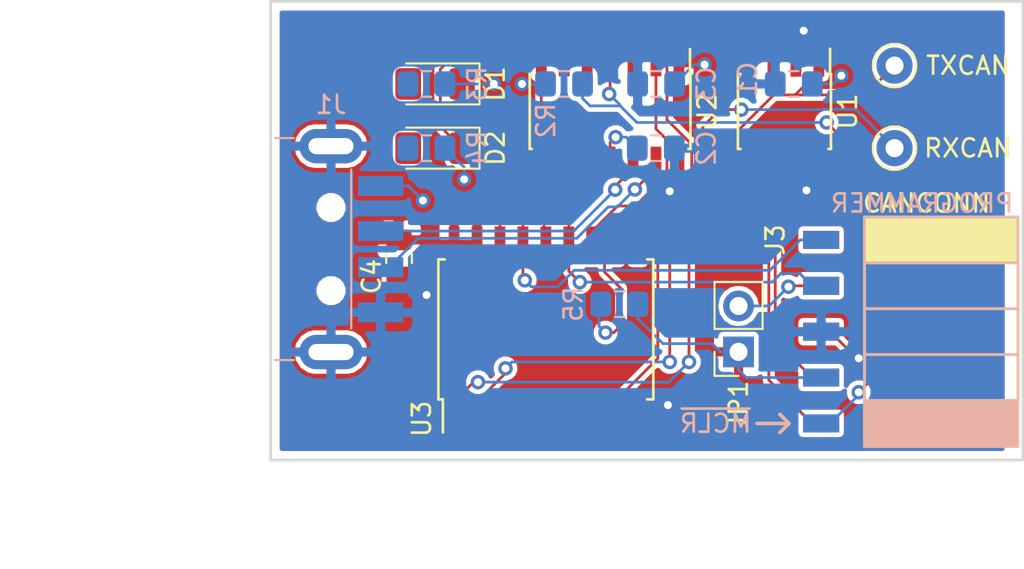
<source format=kicad_pcb>
(kicad_pcb (version 20171130) (host pcbnew "(5.0.0-3-g5ebb6b6)")

  (general
    (thickness 1.6)
    (drawings 10)
    (tracks 223)
    (zones 0)
    (modules 19)
    (nets 30)
  )

  (page A4)
  (layers
    (0 F.Cu signal)
    (31 B.Cu signal)
    (32 B.Adhes user)
    (33 F.Adhes user)
    (34 B.Paste user)
    (35 F.Paste user)
    (36 B.SilkS user)
    (37 F.SilkS user)
    (38 B.Mask user)
    (39 F.Mask user)
    (40 Dwgs.User user)
    (41 Cmts.User user)
    (42 Eco1.User user)
    (43 Eco2.User user)
    (44 Edge.Cuts user)
    (45 Margin user)
    (46 B.CrtYd user)
    (47 F.CrtYd user)
    (48 B.Fab user)
    (49 F.Fab user)
  )

  (setup
    (last_trace_width 0.1524)
    (user_trace_width 0.1524)
    (user_trace_width 0.381)
    (trace_clearance 0.1524)
    (zone_clearance 0.2032)
    (zone_45_only no)
    (trace_min 0.1524)
    (segment_width 0.2)
    (edge_width 0.15)
    (via_size 0.8)
    (via_drill 0.44)
    (via_min_size 0.4)
    (via_min_drill 0.3)
    (uvia_size 0.3)
    (uvia_drill 0.1)
    (uvias_allowed no)
    (uvia_min_size 0.2)
    (uvia_min_drill 0.1)
    (pcb_text_width 0.3)
    (pcb_text_size 1.5 1.5)
    (mod_edge_width 0.15)
    (mod_text_size 1 1)
    (mod_text_width 0.15)
    (pad_size 1.5 1.7)
    (pad_drill 0.92)
    (pad_to_mask_clearance 0.0508)
    (solder_mask_min_width 0.1524)
    (aux_axis_origin 0 0)
    (visible_elements FFFFFF7F)
    (pcbplotparams
      (layerselection 0x010f0_ffffffff)
      (usegerberextensions true)
      (usegerberattributes false)
      (usegerberadvancedattributes false)
      (creategerberjobfile false)
      (excludeedgelayer true)
      (linewidth 0.100000)
      (plotframeref false)
      (viasonmask false)
      (mode 1)
      (useauxorigin false)
      (hpglpennumber 1)
      (hpglpenspeed 20)
      (hpglpendiameter 15.000000)
      (psnegative false)
      (psa4output false)
      (plotreference true)
      (plotvalue true)
      (plotinvisibletext false)
      (padsonsilk false)
      (subtractmaskfromsilk false)
      (outputformat 1)
      (mirror false)
      (drillshape 0)
      (scaleselection 1)
      (outputdirectory "plot/"))
  )

  (net 0 "")
  (net 1 "Net-(TP1-Pad1)")
  (net 2 "Net-(TP2-Pad1)")
  (net 3 GND)
  (net 4 /CAN_INT)
  (net 5 +5V)
  (net 6 "Net-(D2-Pad2)")
  (net 7 "Net-(D1-Pad2)")
  (net 8 /~MCLR)
  (net 9 "Net-(J3-Pad2)")
  (net 10 "Net-(U3-Pad10)")
  (net 11 "Net-(U3-Pad11)")
  (net 12 "Net-(U3-Pad3)")
  (net 13 "Net-(U3-Pad4)")
  (net 14 /ICSPDAT)
  (net 15 "Net-(U3-Pad5)")
  (net 16 /MOSI)
  (net 17 "Net-(U3-Pad6)")
  (net 18 /ICSPCLK)
  (net 19 "Net-(U3-Pad7)")
  (net 20 /CS)
  (net 21 /CLKOUT)
  (net 22 "Net-(C2-Pad1)")
  (net 23 "Net-(D2-Pad1)")
  (net 24 /USB_D-)
  (net 25 "Net-(D1-Pad1)")
  (net 26 /USB_D+)
  (net 27 "Net-(J3-Pad1)")
  (net 28 "Net-(J3-Pad5)")
  (net 29 "Net-(J3-Pad4)")

  (net_class Default "This is the default net class."
    (clearance 0.1524)
    (trace_width 0.1524)
    (via_dia 0.8)
    (via_drill 0.44)
    (uvia_dia 0.3)
    (uvia_drill 0.1)
    (add_net /CAN_INT)
    (add_net /CLKOUT)
    (add_net /CS)
    (add_net /ICSPCLK)
    (add_net /ICSPDAT)
    (add_net /MOSI)
    (add_net /USB_D+)
    (add_net /USB_D-)
    (add_net /~MCLR)
    (add_net "Net-(D1-Pad1)")
    (add_net "Net-(D1-Pad2)")
    (add_net "Net-(D2-Pad1)")
    (add_net "Net-(D2-Pad2)")
    (add_net "Net-(J3-Pad1)")
    (add_net "Net-(J3-Pad4)")
    (add_net "Net-(J3-Pad5)")
    (add_net "Net-(TP1-Pad1)")
    (add_net "Net-(TP2-Pad1)")
    (add_net "Net-(U3-Pad10)")
    (add_net "Net-(U3-Pad11)")
    (add_net "Net-(U3-Pad3)")
    (add_net "Net-(U3-Pad4)")
    (add_net "Net-(U3-Pad5)")
    (add_net "Net-(U3-Pad6)")
    (add_net "Net-(U3-Pad7)")
  )

  (net_class Power ""
    (clearance 0.254)
    (trace_width 0.508)
    (via_dia 0.8)
    (via_drill 0.44)
    (uvia_dia 0.3)
    (uvia_drill 0.1)
    (add_net +5V)
    (add_net GND)
    (add_net "Net-(C2-Pad1)")
    (add_net "Net-(J3-Pad2)")
  )

  (module Connector_PinSocket_2.54mm:PinSocket_1x02_P2.54mm_Vertical (layer F.Cu) (tedit 5A19A420) (tstamp 5C0864F7)
    (at 155.448 70.7136 180)
    (descr "Through hole straight socket strip, 1x02, 2.54mm pitch, single row (from Kicad 4.0.7), script generated")
    (tags "Through hole socket strip THT 1x02 2.54mm single row")
    (path /5BFE64D4)
    (fp_text reference JP1 (at 0 -2.9464 270) (layer F.SilkS)
      (effects (font (size 1 1) (thickness 0.15)))
    )
    (fp_text value Jumper (at 0 5.31 180) (layer F.Fab)
      (effects (font (size 1 1) (thickness 0.15)))
    )
    (fp_line (start -1.27 -1.27) (end 0.635 -1.27) (layer F.Fab) (width 0.1))
    (fp_line (start 0.635 -1.27) (end 1.27 -0.635) (layer F.Fab) (width 0.1))
    (fp_line (start 1.27 -0.635) (end 1.27 3.81) (layer F.Fab) (width 0.1))
    (fp_line (start 1.27 3.81) (end -1.27 3.81) (layer F.Fab) (width 0.1))
    (fp_line (start -1.27 3.81) (end -1.27 -1.27) (layer F.Fab) (width 0.1))
    (fp_line (start -1.33 1.27) (end 1.33 1.27) (layer F.SilkS) (width 0.12))
    (fp_line (start -1.33 1.27) (end -1.33 3.87) (layer F.SilkS) (width 0.12))
    (fp_line (start -1.33 3.87) (end 1.33 3.87) (layer F.SilkS) (width 0.12))
    (fp_line (start 1.33 1.27) (end 1.33 3.87) (layer F.SilkS) (width 0.12))
    (fp_line (start 1.33 -1.33) (end 1.33 0) (layer F.SilkS) (width 0.12))
    (fp_line (start 0 -1.33) (end 1.33 -1.33) (layer F.SilkS) (width 0.12))
    (fp_line (start -1.8 -1.8) (end 1.75 -1.8) (layer F.CrtYd) (width 0.05))
    (fp_line (start 1.75 -1.8) (end 1.75 4.3) (layer F.CrtYd) (width 0.05))
    (fp_line (start 1.75 4.3) (end -1.8 4.3) (layer F.CrtYd) (width 0.05))
    (fp_line (start -1.8 4.3) (end -1.8 -1.8) (layer F.CrtYd) (width 0.05))
    (fp_text user %R (at 0 1.27 270) (layer F.Fab)
      (effects (font (size 1 1) (thickness 0.15)))
    )
    (pad 1 thru_hole rect (at 0 0 180) (size 1.7 1.7) (drill 1) (layers *.Cu *.Mask)
      (net 5 +5V))
    (pad 2 thru_hole oval (at 0 2.54 180) (size 1.7 1.7) (drill 1) (layers *.Cu *.Mask)
      (net 9 "Net-(J3-Pad2)"))
    (model ${KISYS3DMOD}/Connector_PinSocket_2.54mm.3dshapes/PinSocket_1x02_P2.54mm_Vertical.wrl
      (at (xyz 0 0 0))
      (scale (xyz 1 1 1))
      (rotate (xyz 0 0 0))
    )
  )

  (module canhw_footprints:PinHeader_5x2.54_SMD_90deg_952-3198-1-ND (layer B.Cu) (tedit 5BFD9B6F) (tstamp 5BFB1EF9)
    (at 160.02 74.676 90)
    (path /5B97C90D)
    (fp_text reference J2 (at 0 -2.54 90) (layer B.SilkS) hide
      (effects (font (size 1 1) (thickness 0.15)) (justify mirror))
    )
    (fp_text value "Programming Header" (at 0 0.5 90) (layer B.Fab)
      (effects (font (size 1 1) (thickness 0.15)) (justify mirror))
    )
    (fp_line (start -1.27 2.4) (end 11.43 2.4) (layer B.SilkS) (width 0.15))
    (fp_line (start -1.27 10.9) (end 11.43 10.9) (layer B.SilkS) (width 0.15))
    (fp_line (start -1.27 2.4) (end -1.27 10.9) (layer B.SilkS) (width 0.15))
    (fp_line (start 11.43 2.4) (end 11.43 10.9) (layer B.SilkS) (width 0.15))
    (fp_line (start 8.89 2.4) (end 8.89 10.9) (layer B.SilkS) (width 0.15))
    (fp_line (start 3.81 2.4) (end 3.81 10.9) (layer B.SilkS) (width 0.15))
    (fp_line (start 6.35 2.4) (end 6.35 10.9) (layer B.SilkS) (width 0.15))
    (fp_line (start 1.27 2.4) (end 1.27 10.9) (layer B.SilkS) (width 0.15))
    (fp_poly (pts (xy -1.2192 10.8458) (xy 1.2192 10.8458) (xy 1.2192 2.4638) (xy -1.2192 2.4638)) (layer B.SilkS) (width 0.15))
    (pad 1 smd rect (at 0 0 90) (size 1 2) (layers B.Cu B.Paste B.Mask)
      (net 8 /~MCLR))
    (pad 2 smd rect (at 2.54 0 90) (size 1 2) (layers B.Cu B.Paste B.Mask)
      (net 5 +5V))
    (pad 3 smd rect (at 5.08 0 90) (size 1 2) (layers B.Cu B.Paste B.Mask)
      (net 3 GND))
    (pad 4 smd rect (at 7.62 0 90) (size 1 2) (layers B.Cu B.Paste B.Mask)
      (net 14 /ICSPDAT))
    (pad 5 smd rect (at 10.16 0 90) (size 1 2) (layers B.Cu B.Paste B.Mask)
      (net 18 /ICSPCLK))
  )

  (module Capacitor_SMD:C_0805_2012Metric_Pad1.15x1.40mm_HandSolder (layer F.Cu) (tedit 5B36C52B) (tstamp 5C0ED589)
    (at 136.652 65.541 270)
    (descr "Capacitor SMD 0805 (2012 Metric), square (rectangular) end terminal, IPC_7351 nominal with elongated pad for handsoldering. (Body size source: https://docs.google.com/spreadsheets/d/1BsfQQcO9C6DZCsRaXUlFlo91Tg2WpOkGARC1WS5S8t0/edit?usp=sharing), generated with kicad-footprint-generator")
    (tags "capacitor handsolder")
    (path /5B9F523E)
    (attr smd)
    (fp_text reference C4 (at 1.007 1.524 270) (layer F.SilkS)
      (effects (font (size 1 1) (thickness 0.15)))
    )
    (fp_text value 0.1u (at 0 1.65 270) (layer F.Fab)
      (effects (font (size 1 1) (thickness 0.15)))
    )
    (fp_text user %R (at 0 0 270) (layer F.Fab)
      (effects (font (size 0.5 0.5) (thickness 0.08)))
    )
    (fp_line (start 1.85 0.95) (end -1.85 0.95) (layer F.CrtYd) (width 0.05))
    (fp_line (start 1.85 -0.95) (end 1.85 0.95) (layer F.CrtYd) (width 0.05))
    (fp_line (start -1.85 -0.95) (end 1.85 -0.95) (layer F.CrtYd) (width 0.05))
    (fp_line (start -1.85 0.95) (end -1.85 -0.95) (layer F.CrtYd) (width 0.05))
    (fp_line (start -0.261252 0.71) (end 0.261252 0.71) (layer F.SilkS) (width 0.12))
    (fp_line (start -0.261252 -0.71) (end 0.261252 -0.71) (layer F.SilkS) (width 0.12))
    (fp_line (start 1 0.6) (end -1 0.6) (layer F.Fab) (width 0.1))
    (fp_line (start 1 -0.6) (end 1 0.6) (layer F.Fab) (width 0.1))
    (fp_line (start -1 -0.6) (end 1 -0.6) (layer F.Fab) (width 0.1))
    (fp_line (start -1 0.6) (end -1 -0.6) (layer F.Fab) (width 0.1))
    (pad 2 smd roundrect (at 1.025 0 270) (size 1.15 1.4) (layers F.Cu F.Paste F.Mask) (roundrect_rratio 0.217391)
      (net 3 GND))
    (pad 1 smd roundrect (at -1.025 0 270) (size 1.15 1.4) (layers F.Cu F.Paste F.Mask) (roundrect_rratio 0.217391)
      (net 5 +5V))
    (model ${KISYS3DMOD}/Capacitor_SMD.3dshapes/C_0805_2012Metric.wrl
      (at (xyz 0 0 0))
      (scale (xyz 1 1 1))
      (rotate (xyz 0 0 0))
    )
  )

  (module Capacitor_SMD:C_0805_2012Metric_Pad1.15x1.40mm_HandSolder (layer B.Cu) (tedit 5B36C52B) (tstamp 5C0ED578)
    (at 150.885 55.88 180)
    (descr "Capacitor SMD 0805 (2012 Metric), square (rectangular) end terminal, IPC_7351 nominal with elongated pad for handsoldering. (Body size source: https://docs.google.com/spreadsheets/d/1BsfQQcO9C6DZCsRaXUlFlo91Tg2WpOkGARC1WS5S8t0/edit?usp=sharing), generated with kicad-footprint-generator")
    (tags "capacitor handsolder")
    (path /5B9F50FC)
    (attr smd)
    (fp_text reference C3 (at -2.785 0 270) (layer B.SilkS)
      (effects (font (size 1 1) (thickness 0.15)) (justify mirror))
    )
    (fp_text value 0.1u (at 0 -1.65 180) (layer B.Fab)
      (effects (font (size 1 1) (thickness 0.15)) (justify mirror))
    )
    (fp_line (start -1 -0.6) (end -1 0.6) (layer B.Fab) (width 0.1))
    (fp_line (start -1 0.6) (end 1 0.6) (layer B.Fab) (width 0.1))
    (fp_line (start 1 0.6) (end 1 -0.6) (layer B.Fab) (width 0.1))
    (fp_line (start 1 -0.6) (end -1 -0.6) (layer B.Fab) (width 0.1))
    (fp_line (start -0.261252 0.71) (end 0.261252 0.71) (layer B.SilkS) (width 0.12))
    (fp_line (start -0.261252 -0.71) (end 0.261252 -0.71) (layer B.SilkS) (width 0.12))
    (fp_line (start -1.85 -0.95) (end -1.85 0.95) (layer B.CrtYd) (width 0.05))
    (fp_line (start -1.85 0.95) (end 1.85 0.95) (layer B.CrtYd) (width 0.05))
    (fp_line (start 1.85 0.95) (end 1.85 -0.95) (layer B.CrtYd) (width 0.05))
    (fp_line (start 1.85 -0.95) (end -1.85 -0.95) (layer B.CrtYd) (width 0.05))
    (fp_text user %R (at 0 0 180) (layer B.Fab)
      (effects (font (size 0.5 0.5) (thickness 0.08)) (justify mirror))
    )
    (pad 1 smd roundrect (at -1.025 0 180) (size 1.15 1.4) (layers B.Cu B.Paste B.Mask) (roundrect_rratio 0.217391)
      (net 5 +5V))
    (pad 2 smd roundrect (at 1.025 0 180) (size 1.15 1.4) (layers B.Cu B.Paste B.Mask) (roundrect_rratio 0.217391)
      (net 3 GND))
    (model ${KISYS3DMOD}/Capacitor_SMD.3dshapes/C_0805_2012Metric.wrl
      (at (xyz 0 0 0))
      (scale (xyz 1 1 1))
      (rotate (xyz 0 0 0))
    )
  )

  (module Capacitor_SMD:C_0805_2012Metric_Pad1.15x1.40mm_HandSolder (layer B.Cu) (tedit 5B36C52B) (tstamp 5C0ED567)
    (at 150.867 59.436)
    (descr "Capacitor SMD 0805 (2012 Metric), square (rectangular) end terminal, IPC_7351 nominal with elongated pad for handsoldering. (Body size source: https://docs.google.com/spreadsheets/d/1BsfQQcO9C6DZCsRaXUlFlo91Tg2WpOkGARC1WS5S8t0/edit?usp=sharing), generated with kicad-footprint-generator")
    (tags "capacitor handsolder")
    (path /5B9F51D4)
    (attr smd)
    (fp_text reference C2 (at 2.803 0 90) (layer B.SilkS)
      (effects (font (size 1 1) (thickness 0.15)) (justify mirror))
    )
    (fp_text value 0.1u (at 0 -1.65) (layer B.Fab)
      (effects (font (size 1 1) (thickness 0.15)) (justify mirror))
    )
    (fp_text user %R (at 0 0) (layer B.Fab)
      (effects (font (size 0.5 0.5) (thickness 0.08)) (justify mirror))
    )
    (fp_line (start 1.85 -0.95) (end -1.85 -0.95) (layer B.CrtYd) (width 0.05))
    (fp_line (start 1.85 0.95) (end 1.85 -0.95) (layer B.CrtYd) (width 0.05))
    (fp_line (start -1.85 0.95) (end 1.85 0.95) (layer B.CrtYd) (width 0.05))
    (fp_line (start -1.85 -0.95) (end -1.85 0.95) (layer B.CrtYd) (width 0.05))
    (fp_line (start -0.261252 -0.71) (end 0.261252 -0.71) (layer B.SilkS) (width 0.12))
    (fp_line (start -0.261252 0.71) (end 0.261252 0.71) (layer B.SilkS) (width 0.12))
    (fp_line (start 1 -0.6) (end -1 -0.6) (layer B.Fab) (width 0.1))
    (fp_line (start 1 0.6) (end 1 -0.6) (layer B.Fab) (width 0.1))
    (fp_line (start -1 0.6) (end 1 0.6) (layer B.Fab) (width 0.1))
    (fp_line (start -1 -0.6) (end -1 0.6) (layer B.Fab) (width 0.1))
    (pad 2 smd roundrect (at 1.025 0) (size 1.15 1.4) (layers B.Cu B.Paste B.Mask) (roundrect_rratio 0.217391)
      (net 3 GND))
    (pad 1 smd roundrect (at -1.025 0) (size 1.15 1.4) (layers B.Cu B.Paste B.Mask) (roundrect_rratio 0.217391)
      (net 22 "Net-(C2-Pad1)"))
    (model ${KISYS3DMOD}/Capacitor_SMD.3dshapes/C_0805_2012Metric.wrl
      (at (xyz 0 0 0))
      (scale (xyz 1 1 1))
      (rotate (xyz 0 0 0))
    )
  )

  (module Capacitor_SMD:C_0805_2012Metric_Pad1.15x1.40mm_HandSolder (layer B.Cu) (tedit 5B36C52B) (tstamp 5C0ED556)
    (at 158.505 55.88 180)
    (descr "Capacitor SMD 0805 (2012 Metric), square (rectangular) end terminal, IPC_7351 nominal with elongated pad for handsoldering. (Body size source: https://docs.google.com/spreadsheets/d/1BsfQQcO9C6DZCsRaXUlFlo91Tg2WpOkGARC1WS5S8t0/edit?usp=sharing), generated with kicad-footprint-generator")
    (tags "capacitor handsolder")
    (path /5B9F5308)
    (attr smd)
    (fp_text reference C1 (at 2.549 0.254 90) (layer B.SilkS)
      (effects (font (size 1 1) (thickness 0.15)) (justify mirror))
    )
    (fp_text value 10u (at 0 -1.65 180) (layer B.Fab)
      (effects (font (size 1 1) (thickness 0.15)) (justify mirror))
    )
    (fp_line (start -1 -0.6) (end -1 0.6) (layer B.Fab) (width 0.1))
    (fp_line (start -1 0.6) (end 1 0.6) (layer B.Fab) (width 0.1))
    (fp_line (start 1 0.6) (end 1 -0.6) (layer B.Fab) (width 0.1))
    (fp_line (start 1 -0.6) (end -1 -0.6) (layer B.Fab) (width 0.1))
    (fp_line (start -0.261252 0.71) (end 0.261252 0.71) (layer B.SilkS) (width 0.12))
    (fp_line (start -0.261252 -0.71) (end 0.261252 -0.71) (layer B.SilkS) (width 0.12))
    (fp_line (start -1.85 -0.95) (end -1.85 0.95) (layer B.CrtYd) (width 0.05))
    (fp_line (start -1.85 0.95) (end 1.85 0.95) (layer B.CrtYd) (width 0.05))
    (fp_line (start 1.85 0.95) (end 1.85 -0.95) (layer B.CrtYd) (width 0.05))
    (fp_line (start 1.85 -0.95) (end -1.85 -0.95) (layer B.CrtYd) (width 0.05))
    (fp_text user %R (at 0 0 180) (layer B.Fab)
      (effects (font (size 0.5 0.5) (thickness 0.08)) (justify mirror))
    )
    (pad 1 smd roundrect (at -1.025 0 180) (size 1.15 1.4) (layers B.Cu B.Paste B.Mask) (roundrect_rratio 0.217391)
      (net 5 +5V))
    (pad 2 smd roundrect (at 1.025 0 180) (size 1.15 1.4) (layers B.Cu B.Paste B.Mask) (roundrect_rratio 0.217391)
      (net 3 GND))
    (model ${KISYS3DMOD}/Capacitor_SMD.3dshapes/C_0805_2012Metric.wrl
      (at (xyz 0 0 0))
      (scale (xyz 1 1 1))
      (rotate (xyz 0 0 0))
    )
  )

  (module Connector_USB:USB_A_CNCTech_1001-011-01101_Horizontal (layer B.Cu) (tedit 5AFEF547) (tstamp 5C0ED515)
    (at 125.984 65.024 180)
    (descr http://cnctech.us/pdfs/1001-011-01101.pdf)
    (tags USB-A)
    (path /5BF9CDF8)
    (attr smd)
    (fp_text reference J1 (at -6.9 8 180) (layer B.SilkS)
      (effects (font (size 1 1) (thickness 0.15)) (justify mirror))
    )
    (fp_text value USB_A (at 0 -8) (layer B.Fab)
      (effects (font (size 1 1) (thickness 0.15)) (justify mirror))
    )
    (fp_line (start -7.9 -6.025) (end -7.9 6.025) (layer B.Fab) (width 0.1))
    (fp_line (start -7.9 6.025) (end 10.9 6.025) (layer B.Fab) (width 0.1))
    (fp_line (start -7.9 -6.025) (end 10.9 -6.025) (layer B.Fab) (width 0.1))
    (fp_line (start 10.9 -6.025) (end 10.9 6.025) (layer B.Fab) (width 0.1))
    (fp_line (start -10.4 -3.75) (end -10.4 -3.25) (layer B.Fab) (width 0.1))
    (fp_line (start -10.4 -3.25) (end -7.9 -3.25) (layer B.Fab) (width 0.1))
    (fp_line (start -10.4 -3.75) (end -7.9 -3.75) (layer B.Fab) (width 0.1))
    (fp_line (start -10.4 -0.75) (end -7.9 -0.75) (layer B.Fab) (width 0.1))
    (fp_line (start -10.4 -1.25) (end -10.4 -0.75) (layer B.Fab) (width 0.1))
    (fp_line (start -10.4 -1.25) (end -7.9 -1.25) (layer B.Fab) (width 0.1))
    (fp_line (start -10.4 0.75) (end -10.4 1.25) (layer B.Fab) (width 0.1))
    (fp_line (start -10.4 0.75) (end -7.9 0.75) (layer B.Fab) (width 0.1))
    (fp_line (start -10.4 1.25) (end -7.9 1.25) (layer B.Fab) (width 0.1))
    (fp_line (start -10.4 3.75) (end -7.9 3.75) (layer B.Fab) (width 0.1))
    (fp_line (start -10.4 3.25) (end -10.4 3.75) (layer B.Fab) (width 0.1))
    (fp_line (start -10.4 3.25) (end -7.9 3.25) (layer B.Fab) (width 0.1))
    (fp_circle (center -6.9 2.3) (end -6.9 2.8) (layer B.Fab) (width 0.1))
    (fp_circle (center -6.9 -2.3) (end -6.9 -2.8) (layer B.Fab) (width 0.1))
    (fp_line (start -8.02 4.4) (end -8.02 -4.4) (layer B.SilkS) (width 0.12))
    (fp_line (start -3.8 -6.025) (end -3.8 6.025) (layer Dwgs.User) (width 0.1))
    (fp_text user "PCB Edge" (at -4.55 0.05 90) (layer Dwgs.User)
      (effects (font (size 0.6 0.6) (thickness 0.09)))
    )
    (fp_line (start -4.85 6.145) (end -3.8 6.145) (layer B.SilkS) (width 0.12))
    (fp_line (start -4.85 -6.145) (end -3.8 -6.145) (layer B.SilkS) (width 0.12))
    (fp_line (start -11.4 -4.55) (end -11.4 4.55) (layer B.CrtYd) (width 0.05))
    (fp_line (start -11.4 4.55) (end -9.15 4.55) (layer B.CrtYd) (width 0.05))
    (fp_line (start -9.15 7.15) (end -9.15 4.55) (layer B.CrtYd) (width 0.05))
    (fp_line (start -9.15 7.15) (end -4.65 7.15) (layer B.CrtYd) (width 0.05))
    (fp_line (start -4.65 6.52) (end -4.65 7.15) (layer B.CrtYd) (width 0.05))
    (fp_line (start -4.65 6.52) (end 11.4 6.52) (layer B.CrtYd) (width 0.05))
    (fp_line (start 11.4 -6.52) (end 11.4 6.52) (layer B.CrtYd) (width 0.05))
    (fp_text user %R (at -6 0 90) (layer B.Fab)
      (effects (font (size 1 1) (thickness 0.15)) (justify mirror))
    )
    (fp_line (start -4.65 -6.52) (end 11.4 -6.52) (layer B.CrtYd) (width 0.05))
    (fp_line (start -4.65 -7.15) (end -4.65 -6.52) (layer B.CrtYd) (width 0.05))
    (fp_line (start -9.15 -7.15) (end -4.65 -7.15) (layer B.CrtYd) (width 0.05))
    (fp_line (start -9.15 -4.55) (end -9.15 -7.15) (layer B.CrtYd) (width 0.05))
    (fp_line (start -11.4 -4.55) (end -9.15 -4.55) (layer B.CrtYd) (width 0.05))
    (pad 2 smd rect (at -9.65 1 180) (size 2.5 1.1) (layers B.Cu B.Paste B.Mask)
      (net 24 /USB_D-))
    (pad 3 smd rect (at -9.65 -1 180) (size 2.5 1.1) (layers B.Cu B.Paste B.Mask)
      (net 26 /USB_D+))
    (pad 1 smd rect (at -9.65 3.5 180) (size 2.5 1.1) (layers B.Cu B.Paste B.Mask)
      (net 5 +5V))
    (pad 4 smd rect (at -9.65 -3.5 180) (size 2.5 1.1) (layers B.Cu B.Paste B.Mask)
      (net 3 GND))
    (pad 5 thru_hole oval (at -6.9 5.7 180) (size 3.5 1.9) (drill oval 2.5 0.9) (layers *.Cu *.Mask)
      (net 3 GND))
    (pad 5 thru_hole oval (at -6.9 -5.7 180) (size 3.5 1.9) (drill oval 2.5 0.9) (layers *.Cu *.Mask)
      (net 3 GND))
    (pad "" np_thru_hole circle (at -6.9 2.3 180) (size 1.1 1.1) (drill 1.1) (layers *.Cu *.Mask))
    (pad "" np_thru_hole circle (at -6.9 -2.3 180) (size 1.1 1.1) (drill 1.1) (layers *.Cu *.Mask))
    (model ${KISYS3DMOD}/Connector_USB.3dshapes/USB_A_CNCTech_1001-011-01101_Horizontal.wrl
      (at (xyz 0 0 0))
      (scale (xyz 1 1 1))
      (rotate (xyz 0 0 0))
    )
  )

  (module Housings_SOIC:SOIC-14_3.9x8.7mm_Pitch1.27mm (layer F.Cu) (tedit 58CC8F64) (tstamp 5BFB159F)
    (at 148.336 57.404 270)
    (descr "14-Lead Plastic Small Outline (SL) - Narrow, 3.90 mm Body [SOIC] (see Microchip Packaging Specification 00000049BS.pdf)")
    (tags "SOIC 1.27")
    (path /5B97C713)
    (attr smd)
    (fp_text reference U2 (at 0 -5.375 270) (layer F.SilkS)
      (effects (font (size 1 1) (thickness 0.15)))
    )
    (fp_text value PIC16F1455 (at 0 5.375 270) (layer F.Fab)
      (effects (font (size 1 1) (thickness 0.15)))
    )
    (fp_line (start -2.075 -4.425) (end -3.45 -4.425) (layer F.SilkS) (width 0.15))
    (fp_line (start -2.075 4.45) (end 2.075 4.45) (layer F.SilkS) (width 0.15))
    (fp_line (start -2.075 -4.45) (end 2.075 -4.45) (layer F.SilkS) (width 0.15))
    (fp_line (start -2.075 4.45) (end -2.075 4.335) (layer F.SilkS) (width 0.15))
    (fp_line (start 2.075 4.45) (end 2.075 4.335) (layer F.SilkS) (width 0.15))
    (fp_line (start 2.075 -4.45) (end 2.075 -4.335) (layer F.SilkS) (width 0.15))
    (fp_line (start -2.075 -4.45) (end -2.075 -4.425) (layer F.SilkS) (width 0.15))
    (fp_line (start -3.7 4.65) (end 3.7 4.65) (layer F.CrtYd) (width 0.05))
    (fp_line (start -3.7 -4.65) (end 3.7 -4.65) (layer F.CrtYd) (width 0.05))
    (fp_line (start 3.7 -4.65) (end 3.7 4.65) (layer F.CrtYd) (width 0.05))
    (fp_line (start -3.7 -4.65) (end -3.7 4.65) (layer F.CrtYd) (width 0.05))
    (fp_line (start -1.95 -3.35) (end -0.95 -4.35) (layer F.Fab) (width 0.15))
    (fp_line (start -1.95 4.35) (end -1.95 -3.35) (layer F.Fab) (width 0.15))
    (fp_line (start 1.95 4.35) (end -1.95 4.35) (layer F.Fab) (width 0.15))
    (fp_line (start 1.95 -4.35) (end 1.95 4.35) (layer F.Fab) (width 0.15))
    (fp_line (start -0.95 -4.35) (end 1.95 -4.35) (layer F.Fab) (width 0.15))
    (fp_text user %R (at 0 0 270) (layer F.Fab)
      (effects (font (size 0.9 0.9) (thickness 0.135)))
    )
    (pad 14 smd rect (at 2.7 -3.81 270) (size 1.5 0.6) (layers F.Cu F.Paste F.Mask)
      (net 3 GND))
    (pad 13 smd rect (at 2.7 -2.54 270) (size 1.5 0.6) (layers F.Cu F.Paste F.Mask)
      (net 26 /USB_D+))
    (pad 12 smd rect (at 2.7 -1.27 270) (size 1.5 0.6) (layers F.Cu F.Paste F.Mask)
      (net 24 /USB_D-))
    (pad 11 smd rect (at 2.7 0 270) (size 1.5 0.6) (layers F.Cu F.Paste F.Mask)
      (net 22 "Net-(C2-Pad1)"))
    (pad 10 smd rect (at 2.7 1.27 270) (size 1.5 0.6) (layers F.Cu F.Paste F.Mask)
      (net 14 /ICSPDAT))
    (pad 9 smd rect (at 2.7 2.54 270) (size 1.5 0.6) (layers F.Cu F.Paste F.Mask)
      (net 18 /ICSPCLK))
    (pad 8 smd rect (at 2.7 3.81 270) (size 1.5 0.6) (layers F.Cu F.Paste F.Mask)
      (net 16 /MOSI))
    (pad 7 smd rect (at -2.7 3.81 270) (size 1.5 0.6) (layers F.Cu F.Paste F.Mask)
      (net 20 /CS))
    (pad 6 smd rect (at -2.7 2.54 270) (size 1.5 0.6) (layers F.Cu F.Paste F.Mask)
      (net 25 "Net-(D1-Pad1)"))
    (pad 5 smd rect (at -2.7 1.27 270) (size 1.5 0.6) (layers F.Cu F.Paste F.Mask)
      (net 23 "Net-(D2-Pad1)"))
    (pad 4 smd rect (at -2.7 0 270) (size 1.5 0.6) (layers F.Cu F.Paste F.Mask)
      (net 8 /~MCLR))
    (pad 3 smd rect (at -2.7 -1.27 270) (size 1.5 0.6) (layers F.Cu F.Paste F.Mask)
      (net 21 /CLKOUT))
    (pad 2 smd rect (at -2.7 -2.54 270) (size 1.5 0.6) (layers F.Cu F.Paste F.Mask)
      (net 4 /CAN_INT))
    (pad 1 smd rect (at -2.7 -3.81 270) (size 1.5 0.6) (layers F.Cu F.Paste F.Mask)
      (net 5 +5V))
    (model ${KISYS3DMOD}/Housings_SOIC.3dshapes/SOIC-14_3.9x8.7mm_Pitch1.27mm.wrl
      (at (xyz 0 0 0))
      (scale (xyz 1 1 1))
      (rotate (xyz 0 0 0))
    )
  )

  (module Housings_SOIC:SOIC-18W_7.5x11.6mm_Pitch1.27mm (layer F.Cu) (tedit 58CC8F64) (tstamp 5BFB12B3)
    (at 144.78 69.468 90)
    (descr "18-Lead Plastic Small Outline (SO) - Wide, 7.50 mm Body [SOIC] (see Microchip Packaging Specification 00000049BS.pdf)")
    (tags "SOIC 1.27")
    (path /5B97D115)
    (attr smd)
    (fp_text reference U3 (at -4.954 -6.875 90) (layer F.SilkS)
      (effects (font (size 1 1) (thickness 0.15)))
    )
    (fp_text value MCP2515 (at 0 6.875 90) (layer F.Fab)
      (effects (font (size 1 1) (thickness 0.15)))
    )
    (fp_line (start -3.875 -5.7) (end -5.7 -5.7) (layer F.SilkS) (width 0.15))
    (fp_line (start -3.875 5.95) (end 3.875 5.95) (layer F.SilkS) (width 0.15))
    (fp_line (start -3.875 -5.95) (end 3.875 -5.95) (layer F.SilkS) (width 0.15))
    (fp_line (start -3.875 5.95) (end -3.875 5.605) (layer F.SilkS) (width 0.15))
    (fp_line (start 3.875 5.95) (end 3.875 5.605) (layer F.SilkS) (width 0.15))
    (fp_line (start 3.875 -5.95) (end 3.875 -5.605) (layer F.SilkS) (width 0.15))
    (fp_line (start -3.875 -5.95) (end -3.875 -5.7) (layer F.SilkS) (width 0.15))
    (fp_line (start -5.95 6.15) (end 5.95 6.15) (layer F.CrtYd) (width 0.05))
    (fp_line (start -5.95 -6.15) (end 5.95 -6.15) (layer F.CrtYd) (width 0.05))
    (fp_line (start 5.95 -6.15) (end 5.95 6.15) (layer F.CrtYd) (width 0.05))
    (fp_line (start -5.95 -6.15) (end -5.95 6.15) (layer F.CrtYd) (width 0.05))
    (fp_line (start -3.75 -4.8) (end -2.75 -5.8) (layer F.Fab) (width 0.15))
    (fp_line (start -3.75 5.8) (end -3.75 -4.8) (layer F.Fab) (width 0.15))
    (fp_line (start 3.75 5.8) (end -3.75 5.8) (layer F.Fab) (width 0.15))
    (fp_line (start 3.75 -5.8) (end 3.75 5.8) (layer F.Fab) (width 0.15))
    (fp_line (start -2.75 -5.8) (end 3.75 -5.8) (layer F.Fab) (width 0.15))
    (fp_text user %R (at 0 0 90) (layer F.Fab)
      (effects (font (size 1 1) (thickness 0.15)))
    )
    (pad 18 smd rect (at 4.7 -5.08 90) (size 2 0.6) (layers F.Cu F.Paste F.Mask)
      (net 5 +5V))
    (pad 17 smd rect (at 4.7 -3.81 90) (size 2 0.6) (layers F.Cu F.Paste F.Mask)
      (net 5 +5V))
    (pad 16 smd rect (at 4.7 -2.54 90) (size 2 0.6) (layers F.Cu F.Paste F.Mask)
      (net 20 /CS))
    (pad 15 smd rect (at 4.7 -1.27 90) (size 2 0.6) (layers F.Cu F.Paste F.Mask)
      (net 18 /ICSPCLK))
    (pad 14 smd rect (at 4.7 0 90) (size 2 0.6) (layers F.Cu F.Paste F.Mask)
      (net 16 /MOSI))
    (pad 13 smd rect (at 4.7 1.27 90) (size 2 0.6) (layers F.Cu F.Paste F.Mask)
      (net 14 /ICSPDAT))
    (pad 12 smd rect (at 4.7 2.54 90) (size 2 0.6) (layers F.Cu F.Paste F.Mask)
      (net 4 /CAN_INT))
    (pad 11 smd rect (at 4.7 3.81 90) (size 2 0.6) (layers F.Cu F.Paste F.Mask)
      (net 11 "Net-(U3-Pad11)"))
    (pad 10 smd rect (at 4.7 5.08 90) (size 2 0.6) (layers F.Cu F.Paste F.Mask)
      (net 10 "Net-(U3-Pad10)"))
    (pad 9 smd rect (at -4.7 5.08 90) (size 2 0.6) (layers F.Cu F.Paste F.Mask)
      (net 3 GND))
    (pad 8 smd rect (at -4.7 3.81 90) (size 2 0.6) (layers F.Cu F.Paste F.Mask)
      (net 21 /CLKOUT))
    (pad 7 smd rect (at -4.7 2.54 90) (size 2 0.6) (layers F.Cu F.Paste F.Mask)
      (net 19 "Net-(U3-Pad7)"))
    (pad 6 smd rect (at -4.7 1.27 90) (size 2 0.6) (layers F.Cu F.Paste F.Mask)
      (net 17 "Net-(U3-Pad6)"))
    (pad 5 smd rect (at -4.7 0 90) (size 2 0.6) (layers F.Cu F.Paste F.Mask)
      (net 15 "Net-(U3-Pad5)"))
    (pad 4 smd rect (at -4.7 -1.27 90) (size 2 0.6) (layers F.Cu F.Paste F.Mask)
      (net 13 "Net-(U3-Pad4)"))
    (pad 3 smd rect (at -4.7 -2.54 90) (size 2 0.6) (layers F.Cu F.Paste F.Mask)
      (net 12 "Net-(U3-Pad3)"))
    (pad 2 smd rect (at -4.7 -3.81 90) (size 2 0.6) (layers F.Cu F.Paste F.Mask)
      (net 2 "Net-(TP2-Pad1)"))
    (pad 1 smd rect (at -4.7 -5.08 90) (size 2 0.6) (layers F.Cu F.Paste F.Mask)
      (net 1 "Net-(TP1-Pad1)"))
    (model ${KISYS3DMOD}/Housings_SOIC.3dshapes/SOIC-18W_7.5x11.6mm_Pitch1.27mm.wrl
      (at (xyz 0 0 0))
      (scale (xyz 1 1 1))
      (rotate (xyz 0 0 0))
    )
  )

  (module Housings_SOIC:SOIC-8_3.9x4.9mm_Pitch1.27mm (layer F.Cu) (tedit 58CD0CDA) (tstamp 5BFB1A53)
    (at 157.988 57.404 270)
    (descr "8-Lead Plastic Small Outline (SN) - Narrow, 3.90 mm Body [SOIC] (see Microchip Packaging Specification 00000049BS.pdf)")
    (tags "SOIC 1.27")
    (path /5B97D1E1)
    (attr smd)
    (fp_text reference U1 (at 0 -3.5 270) (layer F.SilkS)
      (effects (font (size 1 1) (thickness 0.15)))
    )
    (fp_text value MCP2562 (at 0 3.5 270) (layer F.Fab)
      (effects (font (size 1 1) (thickness 0.15)))
    )
    (fp_line (start -2.075 -2.525) (end -3.475 -2.525) (layer F.SilkS) (width 0.15))
    (fp_line (start -2.075 2.575) (end 2.075 2.575) (layer F.SilkS) (width 0.15))
    (fp_line (start -2.075 -2.575) (end 2.075 -2.575) (layer F.SilkS) (width 0.15))
    (fp_line (start -2.075 2.575) (end -2.075 2.43) (layer F.SilkS) (width 0.15))
    (fp_line (start 2.075 2.575) (end 2.075 2.43) (layer F.SilkS) (width 0.15))
    (fp_line (start 2.075 -2.575) (end 2.075 -2.43) (layer F.SilkS) (width 0.15))
    (fp_line (start -2.075 -2.575) (end -2.075 -2.525) (layer F.SilkS) (width 0.15))
    (fp_line (start -3.73 2.7) (end 3.73 2.7) (layer F.CrtYd) (width 0.05))
    (fp_line (start -3.73 -2.7) (end 3.73 -2.7) (layer F.CrtYd) (width 0.05))
    (fp_line (start 3.73 -2.7) (end 3.73 2.7) (layer F.CrtYd) (width 0.05))
    (fp_line (start -3.73 -2.7) (end -3.73 2.7) (layer F.CrtYd) (width 0.05))
    (fp_line (start -1.95 -1.45) (end -0.95 -2.45) (layer F.Fab) (width 0.1))
    (fp_line (start -1.95 2.45) (end -1.95 -1.45) (layer F.Fab) (width 0.1))
    (fp_line (start 1.95 2.45) (end -1.95 2.45) (layer F.Fab) (width 0.1))
    (fp_line (start 1.95 -2.45) (end 1.95 2.45) (layer F.Fab) (width 0.1))
    (fp_line (start -0.95 -2.45) (end 1.95 -2.45) (layer F.Fab) (width 0.1))
    (fp_text user %R (at 0 0 270) (layer F.Fab)
      (effects (font (size 1 1) (thickness 0.15)))
    )
    (pad 8 smd rect (at 2.7 -1.905 270) (size 1.55 0.6) (layers F.Cu F.Paste F.Mask)
      (net 3 GND))
    (pad 7 smd rect (at 2.7 -0.635 270) (size 1.55 0.6) (layers F.Cu F.Paste F.Mask)
      (net 29 "Net-(J3-Pad4)"))
    (pad 6 smd rect (at 2.7 0.635 270) (size 1.55 0.6) (layers F.Cu F.Paste F.Mask)
      (net 28 "Net-(J3-Pad5)"))
    (pad 5 smd rect (at 2.7 1.905 270) (size 1.55 0.6) (layers F.Cu F.Paste F.Mask)
      (net 5 +5V))
    (pad 4 smd rect (at -2.7 1.905 270) (size 1.55 0.6) (layers F.Cu F.Paste F.Mask)
      (net 2 "Net-(TP2-Pad1)"))
    (pad 3 smd rect (at -2.7 0.635 270) (size 1.55 0.6) (layers F.Cu F.Paste F.Mask)
      (net 5 +5V))
    (pad 2 smd rect (at -2.7 -0.635 270) (size 1.55 0.6) (layers F.Cu F.Paste F.Mask)
      (net 3 GND))
    (pad 1 smd rect (at -2.7 -1.905 270) (size 1.55 0.6) (layers F.Cu F.Paste F.Mask)
      (net 1 "Net-(TP1-Pad1)"))
    (model ${KISYS3DMOD}/Housings_SOIC.3dshapes/SOIC-8_3.9x4.9mm_Pitch1.27mm.wrl
      (at (xyz 0 0 0))
      (scale (xyz 1 1 1))
      (rotate (xyz 0 0 0))
    )
  )

  (module LED_SMD:LED_1206_3216Metric_Pad1.42x1.75mm_HandSolder (layer F.Cu) (tedit 5B4B45C9) (tstamp 5C0ED47E)
    (at 138.6475 59.436 180)
    (descr "LED SMD 1206 (3216 Metric), square (rectangular) end terminal, IPC_7351 nominal, (Body size source: http://www.tortai-tech.com/upload/download/2011102023233369053.pdf), generated with kicad-footprint-generator")
    (tags "LED handsolder")
    (path /5B9E2FF7)
    (attr smd)
    (fp_text reference D2 (at -3.3385 0 270) (layer F.SilkS)
      (effects (font (size 1 1) (thickness 0.15)))
    )
    (fp_text value LED (at 0 1.82 180) (layer F.Fab)
      (effects (font (size 1 1) (thickness 0.15)))
    )
    (fp_text user %R (at 0 0 180) (layer F.Fab)
      (effects (font (size 0.8 0.8) (thickness 0.12)))
    )
    (fp_line (start 2.45 1.12) (end -2.45 1.12) (layer F.CrtYd) (width 0.05))
    (fp_line (start 2.45 -1.12) (end 2.45 1.12) (layer F.CrtYd) (width 0.05))
    (fp_line (start -2.45 -1.12) (end 2.45 -1.12) (layer F.CrtYd) (width 0.05))
    (fp_line (start -2.45 1.12) (end -2.45 -1.12) (layer F.CrtYd) (width 0.05))
    (fp_line (start -2.46 1.135) (end 1.6 1.135) (layer F.SilkS) (width 0.12))
    (fp_line (start -2.46 -1.135) (end -2.46 1.135) (layer F.SilkS) (width 0.12))
    (fp_line (start 1.6 -1.135) (end -2.46 -1.135) (layer F.SilkS) (width 0.12))
    (fp_line (start 1.6 0.8) (end 1.6 -0.8) (layer F.Fab) (width 0.1))
    (fp_line (start -1.6 0.8) (end 1.6 0.8) (layer F.Fab) (width 0.1))
    (fp_line (start -1.6 -0.4) (end -1.6 0.8) (layer F.Fab) (width 0.1))
    (fp_line (start -1.2 -0.8) (end -1.6 -0.4) (layer F.Fab) (width 0.1))
    (fp_line (start 1.6 -0.8) (end -1.2 -0.8) (layer F.Fab) (width 0.1))
    (pad 2 smd roundrect (at 1.4875 0 180) (size 1.425 1.75) (layers F.Cu F.Paste F.Mask) (roundrect_rratio 0.175439)
      (net 6 "Net-(D2-Pad2)"))
    (pad 1 smd roundrect (at -1.4875 0 180) (size 1.425 1.75) (layers F.Cu F.Paste F.Mask) (roundrect_rratio 0.175439)
      (net 23 "Net-(D2-Pad1)"))
    (model ${KISYS3DMOD}/LED_SMD.3dshapes/LED_1206_3216Metric.wrl
      (at (xyz 0 0 0))
      (scale (xyz 1 1 1))
      (rotate (xyz 0 0 0))
    )
  )

  (module LED_SMD:LED_1206_3216Metric_Pad1.42x1.75mm_HandSolder (layer F.Cu) (tedit 5B4B45C9) (tstamp 5C0ED46B)
    (at 138.6475 55.88 180)
    (descr "LED SMD 1206 (3216 Metric), square (rectangular) end terminal, IPC_7351 nominal, (Body size source: http://www.tortai-tech.com/upload/download/2011102023233369053.pdf), generated with kicad-footprint-generator")
    (tags "LED handsolder")
    (path /5B9E2F6B)
    (attr smd)
    (fp_text reference D1 (at -3.3385 0 270) (layer F.SilkS)
      (effects (font (size 1 1) (thickness 0.15)))
    )
    (fp_text value LED (at 0 1.82 180) (layer F.Fab)
      (effects (font (size 1 1) (thickness 0.15)))
    )
    (fp_line (start 1.6 -0.8) (end -1.2 -0.8) (layer F.Fab) (width 0.1))
    (fp_line (start -1.2 -0.8) (end -1.6 -0.4) (layer F.Fab) (width 0.1))
    (fp_line (start -1.6 -0.4) (end -1.6 0.8) (layer F.Fab) (width 0.1))
    (fp_line (start -1.6 0.8) (end 1.6 0.8) (layer F.Fab) (width 0.1))
    (fp_line (start 1.6 0.8) (end 1.6 -0.8) (layer F.Fab) (width 0.1))
    (fp_line (start 1.6 -1.135) (end -2.46 -1.135) (layer F.SilkS) (width 0.12))
    (fp_line (start -2.46 -1.135) (end -2.46 1.135) (layer F.SilkS) (width 0.12))
    (fp_line (start -2.46 1.135) (end 1.6 1.135) (layer F.SilkS) (width 0.12))
    (fp_line (start -2.45 1.12) (end -2.45 -1.12) (layer F.CrtYd) (width 0.05))
    (fp_line (start -2.45 -1.12) (end 2.45 -1.12) (layer F.CrtYd) (width 0.05))
    (fp_line (start 2.45 -1.12) (end 2.45 1.12) (layer F.CrtYd) (width 0.05))
    (fp_line (start 2.45 1.12) (end -2.45 1.12) (layer F.CrtYd) (width 0.05))
    (fp_text user %R (at 0 0 180) (layer F.Fab)
      (effects (font (size 0.8 0.8) (thickness 0.12)))
    )
    (pad 1 smd roundrect (at -1.4875 0 180) (size 1.425 1.75) (layers F.Cu F.Paste F.Mask) (roundrect_rratio 0.175439)
      (net 25 "Net-(D1-Pad1)"))
    (pad 2 smd roundrect (at 1.4875 0 180) (size 1.425 1.75) (layers F.Cu F.Paste F.Mask) (roundrect_rratio 0.175439)
      (net 7 "Net-(D1-Pad2)"))
    (model ${KISYS3DMOD}/LED_SMD.3dshapes/LED_1206_3216Metric.wrl
      (at (xyz 0 0 0))
      (scale (xyz 1 1 1))
      (rotate (xyz 0 0 0))
    )
  )

  (module Resistor_SMD:R_0805_2012Metric_Pad1.15x1.40mm_HandSolder (layer B.Cu) (tedit 5B36C52B) (tstamp 5C0ED458)
    (at 148.853 68.072 180)
    (descr "Resistor SMD 0805 (2012 Metric), square (rectangular) end terminal, IPC_7351 nominal with elongated pad for handsoldering. (Body size source: https://docs.google.com/spreadsheets/d/1BsfQQcO9C6DZCsRaXUlFlo91Tg2WpOkGARC1WS5S8t0/edit?usp=sharing), generated with kicad-footprint-generator")
    (tags "resistor handsolder")
    (path /5B9F5548)
    (attr smd)
    (fp_text reference R5 (at 2.549 0 270) (layer B.SilkS)
      (effects (font (size 1 1) (thickness 0.15)) (justify mirror))
    )
    (fp_text value 10k (at 0 -1.65 180) (layer B.Fab)
      (effects (font (size 1 1) (thickness 0.15)) (justify mirror))
    )
    (fp_text user %R (at 0 0 180) (layer B.Fab)
      (effects (font (size 0.5 0.5) (thickness 0.08)) (justify mirror))
    )
    (fp_line (start 1.85 -0.95) (end -1.85 -0.95) (layer B.CrtYd) (width 0.05))
    (fp_line (start 1.85 0.95) (end 1.85 -0.95) (layer B.CrtYd) (width 0.05))
    (fp_line (start -1.85 0.95) (end 1.85 0.95) (layer B.CrtYd) (width 0.05))
    (fp_line (start -1.85 -0.95) (end -1.85 0.95) (layer B.CrtYd) (width 0.05))
    (fp_line (start -0.261252 -0.71) (end 0.261252 -0.71) (layer B.SilkS) (width 0.12))
    (fp_line (start -0.261252 0.71) (end 0.261252 0.71) (layer B.SilkS) (width 0.12))
    (fp_line (start 1 -0.6) (end -1 -0.6) (layer B.Fab) (width 0.1))
    (fp_line (start 1 0.6) (end 1 -0.6) (layer B.Fab) (width 0.1))
    (fp_line (start -1 0.6) (end 1 0.6) (layer B.Fab) (width 0.1))
    (fp_line (start -1 -0.6) (end -1 0.6) (layer B.Fab) (width 0.1))
    (pad 2 smd roundrect (at 1.025 0 180) (size 1.15 1.4) (layers B.Cu B.Paste B.Mask) (roundrect_rratio 0.217391)
      (net 4 /CAN_INT))
    (pad 1 smd roundrect (at -1.025 0 180) (size 1.15 1.4) (layers B.Cu B.Paste B.Mask) (roundrect_rratio 0.217391)
      (net 5 +5V))
    (model ${KISYS3DMOD}/Resistor_SMD.3dshapes/R_0805_2012Metric.wrl
      (at (xyz 0 0 0))
      (scale (xyz 1 1 1))
      (rotate (xyz 0 0 0))
    )
  )

  (module Resistor_SMD:R_0805_2012Metric_Pad1.15x1.40mm_HandSolder (layer B.Cu) (tedit 5B36C52B) (tstamp 5C0ED447)
    (at 138.167 59.436 180)
    (descr "Resistor SMD 0805 (2012 Metric), square (rectangular) end terminal, IPC_7351 nominal with elongated pad for handsoldering. (Body size source: https://docs.google.com/spreadsheets/d/1BsfQQcO9C6DZCsRaXUlFlo91Tg2WpOkGARC1WS5S8t0/edit?usp=sharing), generated with kicad-footprint-generator")
    (tags "resistor handsolder")
    (path /5B9E1760)
    (attr smd)
    (fp_text reference R4 (at -2.803 0 270) (layer B.SilkS)
      (effects (font (size 1 1) (thickness 0.15)) (justify mirror))
    )
    (fp_text value 330 (at 0 -1.65 180) (layer B.Fab)
      (effects (font (size 1 1) (thickness 0.15)) (justify mirror))
    )
    (fp_line (start -1 -0.6) (end -1 0.6) (layer B.Fab) (width 0.1))
    (fp_line (start -1 0.6) (end 1 0.6) (layer B.Fab) (width 0.1))
    (fp_line (start 1 0.6) (end 1 -0.6) (layer B.Fab) (width 0.1))
    (fp_line (start 1 -0.6) (end -1 -0.6) (layer B.Fab) (width 0.1))
    (fp_line (start -0.261252 0.71) (end 0.261252 0.71) (layer B.SilkS) (width 0.12))
    (fp_line (start -0.261252 -0.71) (end 0.261252 -0.71) (layer B.SilkS) (width 0.12))
    (fp_line (start -1.85 -0.95) (end -1.85 0.95) (layer B.CrtYd) (width 0.05))
    (fp_line (start -1.85 0.95) (end 1.85 0.95) (layer B.CrtYd) (width 0.05))
    (fp_line (start 1.85 0.95) (end 1.85 -0.95) (layer B.CrtYd) (width 0.05))
    (fp_line (start 1.85 -0.95) (end -1.85 -0.95) (layer B.CrtYd) (width 0.05))
    (fp_text user %R (at 0 0 180) (layer B.Fab)
      (effects (font (size 0.5 0.5) (thickness 0.08)) (justify mirror))
    )
    (pad 1 smd roundrect (at -1.025 0 180) (size 1.15 1.4) (layers B.Cu B.Paste B.Mask) (roundrect_rratio 0.217391)
      (net 5 +5V))
    (pad 2 smd roundrect (at 1.025 0 180) (size 1.15 1.4) (layers B.Cu B.Paste B.Mask) (roundrect_rratio 0.217391)
      (net 6 "Net-(D2-Pad2)"))
    (model ${KISYS3DMOD}/Resistor_SMD.3dshapes/R_0805_2012Metric.wrl
      (at (xyz 0 0 0))
      (scale (xyz 1 1 1))
      (rotate (xyz 0 0 0))
    )
  )

  (module Resistor_SMD:R_0805_2012Metric_Pad1.15x1.40mm_HandSolder (layer B.Cu) (tedit 5B36C52B) (tstamp 5C0ED436)
    (at 138.167 55.88)
    (descr "Resistor SMD 0805 (2012 Metric), square (rectangular) end terminal, IPC_7351 nominal with elongated pad for handsoldering. (Body size source: https://docs.google.com/spreadsheets/d/1BsfQQcO9C6DZCsRaXUlFlo91Tg2WpOkGARC1WS5S8t0/edit?usp=sharing), generated with kicad-footprint-generator")
    (tags "resistor handsolder")
    (path /5B9DFF0D)
    (attr smd)
    (fp_text reference R3 (at 2.803 0 90) (layer B.SilkS)
      (effects (font (size 1 1) (thickness 0.15)) (justify mirror))
    )
    (fp_text value 330 (at 0 -1.65) (layer B.Fab)
      (effects (font (size 1 1) (thickness 0.15)) (justify mirror))
    )
    (fp_text user %R (at 0 0) (layer B.Fab)
      (effects (font (size 0.5 0.5) (thickness 0.08)) (justify mirror))
    )
    (fp_line (start 1.85 -0.95) (end -1.85 -0.95) (layer B.CrtYd) (width 0.05))
    (fp_line (start 1.85 0.95) (end 1.85 -0.95) (layer B.CrtYd) (width 0.05))
    (fp_line (start -1.85 0.95) (end 1.85 0.95) (layer B.CrtYd) (width 0.05))
    (fp_line (start -1.85 -0.95) (end -1.85 0.95) (layer B.CrtYd) (width 0.05))
    (fp_line (start -0.261252 -0.71) (end 0.261252 -0.71) (layer B.SilkS) (width 0.12))
    (fp_line (start -0.261252 0.71) (end 0.261252 0.71) (layer B.SilkS) (width 0.12))
    (fp_line (start 1 -0.6) (end -1 -0.6) (layer B.Fab) (width 0.1))
    (fp_line (start 1 0.6) (end 1 -0.6) (layer B.Fab) (width 0.1))
    (fp_line (start -1 0.6) (end 1 0.6) (layer B.Fab) (width 0.1))
    (fp_line (start -1 -0.6) (end -1 0.6) (layer B.Fab) (width 0.1))
    (pad 2 smd roundrect (at 1.025 0) (size 1.15 1.4) (layers B.Cu B.Paste B.Mask) (roundrect_rratio 0.217391)
      (net 5 +5V))
    (pad 1 smd roundrect (at -1.025 0) (size 1.15 1.4) (layers B.Cu B.Paste B.Mask) (roundrect_rratio 0.217391)
      (net 7 "Net-(D1-Pad2)"))
    (model ${KISYS3DMOD}/Resistor_SMD.3dshapes/R_0805_2012Metric.wrl
      (at (xyz 0 0 0))
      (scale (xyz 1 1 1))
      (rotate (xyz 0 0 0))
    )
  )

  (module Resistor_SMD:R_0805_2012Metric_Pad1.15x1.40mm_HandSolder (layer B.Cu) (tedit 5B36C52B) (tstamp 5BFB250D)
    (at 145.787 55.88)
    (descr "Resistor SMD 0805 (2012 Metric), square (rectangular) end terminal, IPC_7351 nominal with elongated pad for handsoldering. (Body size source: https://docs.google.com/spreadsheets/d/1BsfQQcO9C6DZCsRaXUlFlo91Tg2WpOkGARC1WS5S8t0/edit?usp=sharing), generated with kicad-footprint-generator")
    (tags "resistor handsolder")
    (path /5B9F55CB)
    (attr smd)
    (fp_text reference R2 (at -1.007 2.032 90) (layer B.SilkS)
      (effects (font (size 1 1) (thickness 0.15)) (justify mirror))
    )
    (fp_text value 10k (at 0 -1.65) (layer B.Fab)
      (effects (font (size 1 1) (thickness 0.15)) (justify mirror))
    )
    (fp_line (start -1 -0.6) (end -1 0.6) (layer B.Fab) (width 0.1))
    (fp_line (start -1 0.6) (end 1 0.6) (layer B.Fab) (width 0.1))
    (fp_line (start 1 0.6) (end 1 -0.6) (layer B.Fab) (width 0.1))
    (fp_line (start 1 -0.6) (end -1 -0.6) (layer B.Fab) (width 0.1))
    (fp_line (start -0.261252 0.71) (end 0.261252 0.71) (layer B.SilkS) (width 0.12))
    (fp_line (start -0.261252 -0.71) (end 0.261252 -0.71) (layer B.SilkS) (width 0.12))
    (fp_line (start -1.85 -0.95) (end -1.85 0.95) (layer B.CrtYd) (width 0.05))
    (fp_line (start -1.85 0.95) (end 1.85 0.95) (layer B.CrtYd) (width 0.05))
    (fp_line (start 1.85 0.95) (end 1.85 -0.95) (layer B.CrtYd) (width 0.05))
    (fp_line (start 1.85 -0.95) (end -1.85 -0.95) (layer B.CrtYd) (width 0.05))
    (fp_text user %R (at 0 0) (layer B.Fab)
      (effects (font (size 0.5 0.5) (thickness 0.08)) (justify mirror))
    )
    (pad 1 smd roundrect (at -1.025 0) (size 1.15 1.4) (layers B.Cu B.Paste B.Mask) (roundrect_rratio 0.217391)
      (net 5 +5V))
    (pad 2 smd roundrect (at 1.025 0) (size 1.15 1.4) (layers B.Cu B.Paste B.Mask) (roundrect_rratio 0.217391)
      (net 8 /~MCLR))
    (model ${KISYS3DMOD}/Resistor_SMD.3dshapes/R_0805_2012Metric.wrl
      (at (xyz 0 0 0))
      (scale (xyz 1 1 1))
      (rotate (xyz 0 0 0))
    )
  )

  (module TestPoint:TestPoint_THTPad_D2.0mm_Drill1.0mm (layer F.Cu) (tedit 5BFD9AD1) (tstamp 5C0ED414)
    (at 164.084 59.436)
    (descr "THT pad as test Point, diameter 2.0mm, hole diameter 1.0mm")
    (tags "test point THT pad")
    (path /5B9A97A4)
    (attr virtual)
    (fp_text reference RXCAN (at 4.064 0) (layer F.SilkS)
      (effects (font (size 1 1) (thickness 0.15)))
    )
    (fp_text value TestPoint (at 0 2.05) (layer F.Fab)
      (effects (font (size 1 1) (thickness 0.15)))
    )
    (fp_circle (center 0 0) (end 0 1.2) (layer F.SilkS) (width 0.12))
    (fp_circle (center 0 0) (end 1.5 0) (layer F.CrtYd) (width 0.05))
    (fp_text user %R (at 0 -2) (layer F.Fab)
      (effects (font (size 1 1) (thickness 0.15)))
    )
    (pad 1 thru_hole circle (at 0 0) (size 2 2) (drill 1) (layers *.Cu *.Mask)
      (net 2 "Net-(TP2-Pad1)"))
  )

  (module TestPoint:TestPoint_THTPad_D2.0mm_Drill1.0mm (layer F.Cu) (tedit 5BFD9AC8) (tstamp 5C0ED40C)
    (at 164.084 54.864)
    (descr "THT pad as test Point, diameter 2.0mm, hole diameter 1.0mm")
    (tags "test point THT pad")
    (path /5B9A876F)
    (attr virtual)
    (fp_text reference TXCAN (at 4.064 0) (layer F.SilkS)
      (effects (font (size 1 1) (thickness 0.15)))
    )
    (fp_text value TestPoint (at 0 2.05) (layer F.Fab)
      (effects (font (size 1 1) (thickness 0.15)))
    )
    (fp_text user TXCAN (at 0 -2) (layer F.Fab)
      (effects (font (size 1 1) (thickness 0.15)))
    )
    (fp_circle (center 0 0) (end 1.5 0) (layer F.CrtYd) (width 0.05))
    (fp_circle (center 0 0) (end 0 1.2) (layer F.SilkS) (width 0.12))
    (pad 1 thru_hole circle (at 0 0) (size 2 2) (drill 1) (layers *.Cu *.Mask)
      (net 1 "Net-(TP1-Pad1)"))
  )

  (module canhw_footprints:PinHeader_5x2.54_SMD_90deg_952-3198-1-ND (layer F.Cu) (tedit 5BBBD10E) (tstamp 5BFB1EC6)
    (at 160.02 64.516 270)
    (path /5BAB19E0)
    (fp_text reference J3 (at 0 2.54 270) (layer F.SilkS)
      (effects (font (size 1 1) (thickness 0.15)))
    )
    (fp_text value "BUS CONN" (at 0 -0.5 270) (layer F.Fab)
      (effects (font (size 1 1) (thickness 0.15)))
    )
    (fp_line (start -1.27 -2.4) (end 11.43 -2.4) (layer F.SilkS) (width 0.15))
    (fp_line (start -1.27 -10.9) (end 11.43 -10.9) (layer F.SilkS) (width 0.15))
    (fp_line (start -1.27 -2.4) (end -1.27 -10.9) (layer F.SilkS) (width 0.15))
    (fp_line (start 11.43 -2.4) (end 11.43 -10.9) (layer F.SilkS) (width 0.15))
    (fp_line (start 8.89 -2.4) (end 8.89 -10.9) (layer F.SilkS) (width 0.15))
    (fp_line (start 3.81 -2.4) (end 3.81 -10.9) (layer F.SilkS) (width 0.15))
    (fp_line (start 6.35 -2.4) (end 6.35 -10.9) (layer F.SilkS) (width 0.15))
    (fp_line (start 1.27 -2.4) (end 1.27 -10.9) (layer F.SilkS) (width 0.15))
    (fp_poly (pts (xy -1.2192 -10.8458) (xy 1.2192 -10.8458) (xy 1.2192 -2.4638) (xy -1.2192 -2.4638)) (layer F.SilkS) (width 0.15))
    (pad 1 smd rect (at 0 0 270) (size 1 2) (layers F.Cu F.Paste F.Mask)
      (net 27 "Net-(J3-Pad1)"))
    (pad 2 smd rect (at 2.54 0 270) (size 1 2) (layers F.Cu F.Paste F.Mask)
      (net 9 "Net-(J3-Pad2)"))
    (pad 3 smd rect (at 5.08 0 270) (size 1 2) (layers F.Cu F.Paste F.Mask)
      (net 3 GND))
    (pad 4 smd rect (at 7.62 0 270) (size 1 2) (layers F.Cu F.Paste F.Mask)
      (net 29 "Net-(J3-Pad4)"))
    (pad 5 smd rect (at 10.16 0 270) (size 1 2) (layers F.Cu F.Paste F.Mask)
      (net 28 "Net-(J3-Pad5)"))
  )

  (gr_line (start 158.242 74.676) (end 157.734 75.184) (layer B.SilkS) (width 0.2))
  (gr_line (start 158.242 74.676) (end 157.734 74.168) (layer B.SilkS) (width 0.2))
  (gr_line (start 158.242 74.676) (end 156.464 74.676) (layer B.SilkS) (width 0.2))
  (gr_text ~MCLR (at 154.178 74.676) (layer B.SilkS)
    (effects (font (size 1 1) (thickness 0.15)) (justify mirror))
  )
  (gr_text PROGRAMMER (at 165.608 62.484) (layer B.SilkS)
    (effects (font (size 1 1) (thickness 0.15)) (justify mirror))
  )
  (gr_text CANCONN (at 165.862 62.484) (layer F.SilkS)
    (effects (font (size 1 1) (thickness 0.15)))
  )
  (gr_line (start 129.54 76.708) (end 129.54 51.308) (layer Edge.Cuts) (width 0.15))
  (gr_line (start 171.196 76.708) (end 129.54 76.708) (layer Edge.Cuts) (width 0.15))
  (gr_line (start 171.196 51.308) (end 171.196 76.708) (layer Edge.Cuts) (width 0.15))
  (gr_line (start 129.54 51.308) (end 171.196 51.308) (layer Edge.Cuts) (width 0.15))

  (via (at 141.0208 72.39) (size 0.8) (drill 0.44) (layers F.Cu B.Cu) (net 1))
  (segment (start 140.778 72.39) (end 141.0208 72.39) (width 0.1524) (layer F.Cu) (net 1))
  (segment (start 139.7 73.468) (end 140.778 72.39) (width 0.1524) (layer F.Cu) (net 1))
  (segment (start 139.7 74.168) (end 139.7 73.468) (width 0.1524) (layer F.Cu) (net 1))
  (segment (start 141.0208 72.39) (end 151.5872 72.39) (width 0.1524) (layer B.Cu) (net 1))
  (segment (start 159.893 54.704) (end 159.893 55.179) (width 0.1524) (layer F.Cu) (net 1))
  (via (at 152.7048 71.2724) (size 0.8) (drill 0.44) (layers F.Cu B.Cu) (net 1))
  (segment (start 159.893 55.179) (end 158.5824 56.4896) (width 0.1524) (layer F.Cu) (net 1))
  (segment (start 151.5872 72.39) (end 152.304801 71.672399) (width 0.1524) (layer B.Cu) (net 1))
  (segment (start 152.304801 71.672399) (end 152.7048 71.2724) (width 0.1524) (layer B.Cu) (net 1))
  (segment (start 162.4584 56.4896) (end 164.084 54.864) (width 0.1524) (layer F.Cu) (net 1))
  (segment (start 158.5824 56.4896) (end 162.4584 56.4896) (width 0.1524) (layer F.Cu) (net 1))
  (segment (start 154.432 62.0268) (end 152.7048 63.754) (width 0.1524) (layer F.Cu) (net 1))
  (segment (start 158.5824 56.4896) (end 157.394332 56.4896) (width 0.1524) (layer F.Cu) (net 1))
  (segment (start 152.7048 70.706715) (end 152.7048 71.2724) (width 0.1524) (layer F.Cu) (net 1))
  (segment (start 152.7048 63.754) (end 152.7048 70.706715) (width 0.1524) (layer F.Cu) (net 1))
  (segment (start 157.394332 56.4896) (end 154.432 59.451932) (width 0.1524) (layer F.Cu) (net 1))
  (segment (start 154.432 59.451932) (end 154.432 62.0268) (width 0.1524) (layer F.Cu) (net 1))
  (via (at 151.638 71.2724) (size 0.8) (drill 0.44) (layers F.Cu B.Cu) (net 2))
  (segment (start 156.083 55.6314) (end 156.083 54.704) (width 0.1524) (layer F.Cu) (net 2))
  (segment (start 153.4668 61.7728) (end 153.4668 58.2476) (width 0.1524) (layer F.Cu) (net 2))
  (segment (start 151.638 63.6016) (end 153.4668 61.7728) (width 0.1524) (layer F.Cu) (net 2))
  (segment (start 151.638 71.2724) (end 151.638 63.6016) (width 0.1524) (layer F.Cu) (net 2))
  (segment (start 140.97 74.168) (end 140.97 73.468) (width 0.1524) (layer F.Cu) (net 2))
  (segment (start 142.5448 71.8932) (end 142.5448 71.628) (width 0.1524) (layer F.Cu) (net 2))
  (segment (start 140.97 73.468) (end 142.5448 71.8932) (width 0.1524) (layer F.Cu) (net 2))
  (via (at 142.5448 71.628) (size 0.8) (drill 0.44) (layers F.Cu B.Cu) (net 2))
  (segment (start 151.638 71.2724) (end 142.9004 71.2724) (width 0.1524) (layer B.Cu) (net 2))
  (segment (start 142.9004 71.2724) (end 142.5448 71.628) (width 0.1524) (layer B.Cu) (net 2))
  (segment (start 153.4668 58.2476) (end 154.412 57.3024) (width 0.1524) (layer F.Cu) (net 2))
  (segment (start 154.412 57.3024) (end 156.083 55.6314) (width 0.1524) (layer F.Cu) (net 2))
  (segment (start 154.412002 57.302398) (end 155.034715 57.302398) (width 0.1524) (layer F.Cu) (net 2))
  (segment (start 155.034715 57.302398) (end 155.6004 57.302398) (width 0.1524) (layer F.Cu) (net 2))
  (segment (start 154.412 57.3024) (end 154.412002 57.302398) (width 0.1524) (layer F.Cu) (net 2))
  (via (at 155.6004 57.302398) (size 0.8) (drill 0.44) (layers F.Cu B.Cu) (net 2))
  (segment (start 160.12467 57.283398) (end 160.10567 57.302398) (width 0.1524) (layer B.Cu) (net 2))
  (segment (start 160.10567 57.302398) (end 156.166085 57.302398) (width 0.1524) (layer B.Cu) (net 2))
  (segment (start 161.931398 57.283398) (end 160.12467 57.283398) (width 0.1524) (layer B.Cu) (net 2))
  (segment (start 164.084 59.436) (end 161.931398 57.283398) (width 0.1524) (layer B.Cu) (net 2))
  (segment (start 156.166085 57.302398) (end 155.6004 57.302398) (width 0.1524) (layer B.Cu) (net 2))
  (via (at 138.176 67.564) (size 0.8) (drill 0.44) (layers F.Cu B.Cu) (net 3))
  (segment (start 137.65 67.564) (end 138.176 67.564) (width 0.1524) (layer F.Cu) (net 3))
  (segment (start 136.652 66.566) (end 137.65 67.564) (width 0.1524) (layer F.Cu) (net 3))
  (segment (start 158.623 53.3654) (end 159.0548 52.9336) (width 0.1524) (layer F.Cu) (net 3))
  (via (at 159.0548 52.9336) (size 0.8) (drill 0.44) (layers F.Cu B.Cu) (net 3))
  (segment (start 158.623 54.704) (end 158.623 53.3654) (width 0.1524) (layer F.Cu) (net 3))
  (segment (start 159.893 61.087) (end 159.2072 61.7728) (width 0.1524) (layer F.Cu) (net 3))
  (via (at 159.2072 61.7728) (size 0.8) (drill 0.44) (layers F.Cu B.Cu) (net 3))
  (segment (start 159.893 60.104) (end 159.893 61.087) (width 0.1524) (layer F.Cu) (net 3))
  (segment (start 151.0284 74.168) (end 151.5364 73.66) (width 0.1524) (layer F.Cu) (net 3))
  (via (at 151.5364 73.66) (size 0.8) (drill 0.44) (layers F.Cu B.Cu) (net 3))
  (segment (start 149.86 74.168) (end 151.0284 74.168) (width 0.1524) (layer F.Cu) (net 3))
  (via (at 162.1028 71.0692) (size 0.8) (drill 0.44) (layers F.Cu B.Cu) (net 3))
  (segment (start 161.9932 71.0692) (end 162.1028 71.0692) (width 0.1524) (layer F.Cu) (net 3))
  (segment (start 160.52 69.596) (end 161.9932 71.0692) (width 0.1524) (layer F.Cu) (net 3))
  (segment (start 160.02 69.596) (end 160.52 69.596) (width 0.1524) (layer F.Cu) (net 3))
  (segment (start 152.146 60.104) (end 152.146 61.3156) (width 0.1524) (layer F.Cu) (net 3))
  (segment (start 152.146 61.3156) (end 151.638 61.8236) (width 0.1524) (layer F.Cu) (net 3))
  (via (at 151.638 61.8236) (size 0.8) (drill 0.44) (layers F.Cu B.Cu) (net 3))
  (segment (start 147.32 64.768) (end 147.32 64.068) (width 0.1524) (layer F.Cu) (net 4))
  (segment (start 147.32 64.068) (end 148.0312 63.3568) (width 0.1524) (layer F.Cu) (net 4))
  (via (at 148.082 69.6468) (size 0.8) (drill 0.44) (layers F.Cu B.Cu) (net 4))
  (segment (start 148.5392 69.6468) (end 148.082 69.6468) (width 0.1524) (layer F.Cu) (net 4))
  (segment (start 148.9456 69.2404) (end 148.5392 69.6468) (width 0.1524) (layer F.Cu) (net 4))
  (segment (start 148.9456 67.2084) (end 148.9456 69.2404) (width 0.1524) (layer F.Cu) (net 4))
  (segment (start 148.0312 66.294) (end 148.9456 67.2084) (width 0.1524) (layer F.Cu) (net 4))
  (segment (start 148.0312 63.3568) (end 148.0312 66.294) (width 0.1524) (layer F.Cu) (net 4))
  (segment (start 147.7264 68.1736) (end 147.828 68.072) (width 0.1524) (layer B.Cu) (net 4))
  (segment (start 147.7264 69.2912) (end 147.7264 68.1736) (width 0.1524) (layer B.Cu) (net 4))
  (segment (start 148.082 69.6468) (end 147.7264 69.2912) (width 0.1524) (layer B.Cu) (net 4))
  (segment (start 151.4856 60.8953) (end 151.4856 58.9788) (width 0.1524) (layer F.Cu) (net 4))
  (segment (start 148.0312 63.3568) (end 148.7516 62.6364) (width 0.1524) (layer F.Cu) (net 4))
  (segment (start 150.876 55.6064) (end 150.876 54.704) (width 0.1524) (layer F.Cu) (net 4))
  (segment (start 148.7516 62.6364) (end 149.7445 62.6364) (width 0.1524) (layer F.Cu) (net 4))
  (segment (start 149.7445 62.6364) (end 151.4856 60.8953) (width 0.1524) (layer F.Cu) (net 4))
  (segment (start 151.4856 58.9788) (end 150.876 58.3692) (width 0.1524) (layer F.Cu) (net 4))
  (segment (start 150.876 58.3692) (end 150.876 55.6064) (width 0.1524) (layer F.Cu) (net 4))
  (via (at 161.1376 55.4228) (size 0.8) (drill 0.44) (layers F.Cu B.Cu) (net 5))
  (segment (start 160.6804 55.88) (end 161.1376 55.4228) (width 0.1524) (layer B.Cu) (net 5))
  (segment (start 159.53 55.88) (end 160.6804 55.88) (width 0.1524) (layer B.Cu) (net 5))
  (via (at 153.5684 54.8132) (size 0.8) (drill 0.44) (layers F.Cu B.Cu) (net 5))
  (segment (start 152.9768 54.8132) (end 153.5684 54.8132) (width 0.1524) (layer B.Cu) (net 5))
  (segment (start 151.91 55.88) (end 152.9768 54.8132) (width 0.1524) (layer B.Cu) (net 5))
  (via (at 143.4592 55.88) (size 0.8) (drill 0.44) (layers F.Cu B.Cu) (net 5))
  (segment (start 144.762 55.88) (end 143.4592 55.88) (width 0.1524) (layer B.Cu) (net 5))
  (via (at 141.9015 55.88) (size 0.8) (drill 0.44) (layers F.Cu B.Cu) (net 5))
  (segment (start 139.192 55.88) (end 141.9015 55.88) (width 0.1524) (layer B.Cu) (net 5))
  (via (at 140.2588 61.1632) (size 0.8) (drill 0.44) (layers F.Cu B.Cu) (net 5))
  (segment (start 140.2588 60.5028) (end 140.2588 61.1632) (width 0.1524) (layer B.Cu) (net 5))
  (segment (start 139.192 59.436) (end 140.2588 60.5028) (width 0.1524) (layer B.Cu) (net 5))
  (via (at 137.9728 62.3316) (size 0.8) (drill 0.44) (layers F.Cu B.Cu) (net 5))
  (segment (start 137.1652 61.524) (end 137.9728 62.3316) (width 0.1524) (layer B.Cu) (net 5))
  (segment (start 135.634 61.524) (end 137.1652 61.524) (width 0.1524) (layer B.Cu) (net 5))
  (segment (start 149.878 68.872) (end 151.2624 70.2564) (width 0.1524) (layer B.Cu) (net 5))
  (segment (start 149.878 68.072) (end 149.878 68.872) (width 0.1524) (layer B.Cu) (net 5))
  (segment (start 154.4456 70.7136) (end 155.448 70.7136) (width 0.1524) (layer B.Cu) (net 5))
  (segment (start 153.9884 70.2564) (end 154.4456 70.7136) (width 0.1524) (layer B.Cu) (net 5))
  (segment (start 151.2624 70.2564) (end 153.9884 70.2564) (width 0.1524) (layer B.Cu) (net 5))
  (segment (start 155.448 71.716) (end 155.448 70.7136) (width 0.1524) (layer B.Cu) (net 5))
  (segment (start 155.868 72.136) (end 155.448 71.716) (width 0.1524) (layer B.Cu) (net 5))
  (segment (start 160.02 72.136) (end 155.868 72.136) (width 0.1524) (layer B.Cu) (net 5))
  (segment (start 160.52 74.676) (end 162.1028 73.0932) (width 0.1524) (layer B.Cu) (net 8))
  (segment (start 160.02 74.676) (end 160.52 74.676) (width 0.1524) (layer B.Cu) (net 8))
  (segment (start 162.1028 73.0932) (end 162.1028 72.9488) (width 0.1524) (layer B.Cu) (net 8))
  (via (at 162.1028 72.9488) (size 0.8) (drill 0.44) (layers F.Cu B.Cu) (net 8))
  (segment (start 147.224799 57.092799) (end 148.8948 57.092799) (width 0.1524) (layer B.Cu) (net 8))
  (segment (start 146.812 56.68) (end 147.224799 57.092799) (width 0.1524) (layer B.Cu) (net 8))
  (segment (start 146.812 55.88) (end 146.812 56.68) (width 0.1524) (layer B.Cu) (net 8))
  (via (at 148.285204 56.4388) (size 0.8) (drill 0.44) (layers F.Cu B.Cu) (net 8))
  (segment (start 148.685203 56.838799) (end 148.285204 56.4388) (width 0.1524) (layer B.Cu) (net 8))
  (segment (start 148.336 54.704) (end 148.336 56.388004) (width 0.1524) (layer F.Cu) (net 8))
  (segment (start 148.8948 57.048396) (end 148.685203 56.838799) (width 0.1524) (layer B.Cu) (net 8))
  (segment (start 148.336 56.388004) (end 148.285204 56.4388) (width 0.1524) (layer F.Cu) (net 8))
  (segment (start 148.8948 57.092799) (end 148.8948 57.048396) (width 0.1524) (layer B.Cu) (net 8))
  (segment (start 159.759115 58.0136) (end 160.3248 58.0136) (width 0.1524) (layer B.Cu) (net 8))
  (via (at 160.3248 58.0136) (size 0.8) (drill 0.44) (layers F.Cu B.Cu) (net 8))
  (segment (start 149.815601 58.0136) (end 159.759115 58.0136) (width 0.1524) (layer B.Cu) (net 8))
  (segment (start 148.8948 57.092799) (end 149.815601 58.0136) (width 0.1524) (layer B.Cu) (net 8))
  (segment (start 162.1028 72.9488) (end 162.833002 72.218598) (width 0.1524) (layer F.Cu) (net 8))
  (segment (start 162.833002 70.718702) (end 162.1028 69.9885) (width 0.1524) (layer F.Cu) (net 8))
  (segment (start 162.1028 59.7916) (end 160.724799 58.413599) (width 0.1524) (layer F.Cu) (net 8))
  (segment (start 162.833002 72.218598) (end 162.833002 70.718702) (width 0.1524) (layer F.Cu) (net 8))
  (segment (start 162.1028 69.9885) (end 162.1028 59.7916) (width 0.1524) (layer F.Cu) (net 8))
  (segment (start 160.724799 58.413599) (end 160.3248 58.0136) (width 0.1524) (layer F.Cu) (net 8))
  (segment (start 158.26101 67.056) (end 158.21021 67.1068) (width 0.1524) (layer F.Cu) (net 9))
  (segment (start 157.14341 68.1736) (end 157.810211 67.506799) (width 0.1524) (layer B.Cu) (net 9))
  (segment (start 157.810211 67.506799) (end 158.21021 67.1068) (width 0.1524) (layer B.Cu) (net 9))
  (via (at 158.21021 67.1068) (size 0.8) (drill 0.44) (layers F.Cu B.Cu) (net 9))
  (segment (start 160.02 67.056) (end 158.26101 67.056) (width 0.1524) (layer F.Cu) (net 9))
  (segment (start 155.448 68.1736) (end 157.14341 68.1736) (width 0.1524) (layer B.Cu) (net 9))
  (segment (start 147.5184 62.1472) (end 146.05 63.6156) (width 0.1524) (layer F.Cu) (net 14))
  (segment (start 147.5184 61.0064) (end 147.5184 62.1472) (width 0.1524) (layer F.Cu) (net 14))
  (segment (start 147.066 60.554) (end 147.5184 61.0064) (width 0.1524) (layer F.Cu) (net 14))
  (segment (start 147.066 60.104) (end 147.066 60.554) (width 0.1524) (layer F.Cu) (net 14))
  (segment (start 146.05 63.6156) (end 146.05 64.768) (width 0.1524) (layer F.Cu) (net 14))
  (via (at 146.6596 66.8528) (size 0.8) (drill 0.44) (layers F.Cu B.Cu) (net 14))
  (segment (start 146.259601 66.452801) (end 146.6596 66.8528) (width 0.1524) (layer F.Cu) (net 14))
  (segment (start 146.05 64.768) (end 146.05 66.2432) (width 0.1524) (layer F.Cu) (net 14))
  (segment (start 146.05 66.2432) (end 146.259601 66.452801) (width 0.1524) (layer F.Cu) (net 14))
  (segment (start 157.313702 66.8528) (end 147.225285 66.8528) (width 0.1524) (layer B.Cu) (net 14))
  (segment (start 157.789903 66.376599) (end 157.313702 66.8528) (width 0.1524) (layer B.Cu) (net 14))
  (segment (start 159.52 67.056) (end 158.840599 66.376599) (width 0.1524) (layer B.Cu) (net 14))
  (segment (start 160.02 67.056) (end 159.52 67.056) (width 0.1524) (layer B.Cu) (net 14))
  (segment (start 147.225285 66.8528) (end 146.6596 66.8528) (width 0.1524) (layer B.Cu) (net 14))
  (segment (start 158.840599 66.376599) (end 157.789903 66.376599) (width 0.1524) (layer B.Cu) (net 14))
  (segment (start 144.6784 64.6664) (end 144.78 64.768) (width 0.1524) (layer F.Cu) (net 16))
  (segment (start 144.6784 60.2564) (end 144.6784 64.6664) (width 0.1524) (layer F.Cu) (net 16))
  (segment (start 144.526 60.104) (end 144.6784 60.2564) (width 0.1524) (layer F.Cu) (net 16))
  (segment (start 145.2372 58.5216) (end 145.796 59.0804) (width 0.1524) (layer F.Cu) (net 18))
  (segment (start 144.1196 58.5216) (end 145.2372 58.5216) (width 0.1524) (layer F.Cu) (net 18))
  (segment (start 143.51 59.1312) (end 144.1196 58.5216) (width 0.1524) (layer F.Cu) (net 18))
  (segment (start 145.796 59.0804) (end 145.796 60.104) (width 0.1524) (layer F.Cu) (net 18))
  (segment (start 143.51 64.768) (end 143.51 59.1312) (width 0.1524) (layer F.Cu) (net 18))
  (via (at 143.6116 66.751198) (size 0.8) (drill 0.44) (layers F.Cu B.Cu) (net 18))
  (segment (start 143.51 64.768) (end 143.51 66.649598) (width 0.1524) (layer F.Cu) (net 18))
  (segment (start 143.51 66.649598) (end 143.6116 66.751198) (width 0.1524) (layer F.Cu) (net 18))
  (segment (start 158.8676 64.516) (end 157.184799 66.198801) (width 0.1524) (layer B.Cu) (net 18))
  (segment (start 160.02 64.516) (end 158.8676 64.516) (width 0.1524) (layer B.Cu) (net 18))
  (segment (start 145.4404 67.1068) (end 143.967202 67.1068) (width 0.1524) (layer B.Cu) (net 18))
  (segment (start 157.184799 66.198801) (end 146.348399 66.198801) (width 0.1524) (layer B.Cu) (net 18))
  (segment (start 143.967202 67.1068) (end 143.6116 66.751198) (width 0.1524) (layer B.Cu) (net 18))
  (segment (start 146.348399 66.198801) (end 145.4404 67.1068) (width 0.1524) (layer B.Cu) (net 18))
  (segment (start 144.526 54.704) (end 144.526 57.2516) (width 0.1524) (layer F.Cu) (net 20))
  (segment (start 144.526 57.2516) (end 142.24 59.5376) (width 0.1524) (layer F.Cu) (net 20))
  (segment (start 142.24 59.5376) (end 142.24 64.768) (width 0.1524) (layer F.Cu) (net 20))
  (segment (start 149.606 54.704) (end 149.606 54.254) (width 0.1524) (layer F.Cu) (net 21))
  (segment (start 150.9776 71.0804) (end 148.59 73.468) (width 0.1524) (layer F.Cu) (net 21))
  (segment (start 150.4692 53.3908) (end 151.2824 53.3908) (width 0.1524) (layer F.Cu) (net 21))
  (segment (start 149.606 54.254) (end 150.4692 53.3908) (width 0.1524) (layer F.Cu) (net 21))
  (segment (start 151.4856 57.8612) (end 152.8572 59.2328) (width 0.1524) (layer F.Cu) (net 21))
  (segment (start 151.2824 53.3908) (end 151.4856 53.594) (width 0.1524) (layer F.Cu) (net 21))
  (segment (start 150.9776 63.5647) (end 150.9776 71.0804) (width 0.1524) (layer F.Cu) (net 21))
  (segment (start 151.4856 53.594) (end 151.4856 57.8612) (width 0.1524) (layer F.Cu) (net 21))
  (segment (start 148.59 73.468) (end 148.59 74.168) (width 0.1524) (layer F.Cu) (net 21))
  (segment (start 152.8572 59.2328) (end 152.8572 61.6851) (width 0.1524) (layer F.Cu) (net 21))
  (segment (start 152.8572 61.6851) (end 150.9776 63.5647) (width 0.1524) (layer F.Cu) (net 21))
  (via (at 148.6408 58.8264) (size 0.8) (drill 0.44) (layers F.Cu B.Cu) (net 22))
  (segment (start 148.336 59.1312) (end 148.6408 58.8264) (width 0.1524) (layer F.Cu) (net 22))
  (segment (start 148.336 60.104) (end 148.336 59.1312) (width 0.1524) (layer F.Cu) (net 22))
  (segment (start 149.2324 58.8264) (end 149.842 59.436) (width 0.1524) (layer B.Cu) (net 22))
  (segment (start 148.6408 58.8264) (end 149.2324 58.8264) (width 0.1524) (layer B.Cu) (net 22))
  (segment (start 138.938 55.0672) (end 138.938 58.239) (width 0.1524) (layer F.Cu) (net 23))
  (segment (start 140.6652 53.34) (end 138.938 55.0672) (width 0.1524) (layer F.Cu) (net 23))
  (segment (start 146.152 53.34) (end 140.6652 53.34) (width 0.1524) (layer F.Cu) (net 23))
  (segment (start 138.938 58.239) (end 140.135 59.436) (width 0.1524) (layer F.Cu) (net 23))
  (segment (start 147.066 54.254) (end 146.152 53.34) (width 0.1524) (layer F.Cu) (net 23))
  (segment (start 147.066 54.704) (end 147.066 54.254) (width 0.1524) (layer F.Cu) (net 23))
  (segment (start 146.327212 64.024) (end 148.216064 62.135148) (width 0.1524) (layer B.Cu) (net 24))
  (segment (start 149.606 60.554) (end 148.616063 61.543937) (width 0.1524) (layer F.Cu) (net 24))
  (segment (start 148.216064 62.135148) (end 148.616063 61.735149) (width 0.1524) (layer B.Cu) (net 24))
  (via (at 148.616063 61.735149) (size 0.8) (drill 0.44) (layers F.Cu B.Cu) (net 24))
  (segment (start 149.606 60.104) (end 149.606 60.554) (width 0.1524) (layer F.Cu) (net 24))
  (segment (start 135.634 64.024) (end 146.327212 64.024) (width 0.1524) (layer B.Cu) (net 24))
  (segment (start 148.616063 61.543937) (end 148.616063 61.735149) (width 0.1524) (layer F.Cu) (net 24))
  (segment (start 140.1064 55.8514) (end 140.135 55.88) (width 0.1524) (layer F.Cu) (net 25))
  (segment (start 140.1064 54.5592) (end 140.1064 55.8514) (width 0.1524) (layer F.Cu) (net 25))
  (segment (start 141.020789 53.644811) (end 140.1064 54.5592) (width 0.1524) (layer F.Cu) (net 25))
  (segment (start 145.186811 53.644811) (end 141.020789 53.644811) (width 0.1524) (layer F.Cu) (net 25))
  (segment (start 145.796 54.254) (end 145.186811 53.644811) (width 0.1524) (layer F.Cu) (net 25))
  (segment (start 145.796 54.704) (end 145.796 54.254) (width 0.1524) (layer F.Cu) (net 25))
  (segment (start 150.876 60.104) (end 150.876 60.554) (width 0.1524) (layer F.Cu) (net 26))
  (via (at 149.7076 61.722) (size 0.8) (drill 0.44) (layers F.Cu B.Cu) (net 26))
  (segment (start 150.876 60.554) (end 149.708 61.722) (width 0.1524) (layer F.Cu) (net 26))
  (segment (start 149.708 61.722) (end 149.7076 61.722) (width 0.1524) (layer F.Cu) (net 26))
  (segment (start 148.7424 62.6872) (end 149.7076 61.722) (width 0.1524) (layer B.Cu) (net 26))
  (segment (start 148.2344 62.6872) (end 148.7424 62.6872) (width 0.1524) (layer B.Cu) (net 26))
  (segment (start 146.558 64.3636) (end 148.2344 62.6872) (width 0.1524) (layer B.Cu) (net 26))
  (segment (start 146.556705 64.3636) (end 146.558 64.3636) (width 0.1524) (layer B.Cu) (net 26))
  (segment (start 137.70679 64.42641) (end 146.493895 64.42641) (width 0.1524) (layer B.Cu) (net 26))
  (segment (start 146.493895 64.42641) (end 146.556705 64.3636) (width 0.1524) (layer B.Cu) (net 26))
  (segment (start 136.0932 66.04) (end 137.70679 64.42641) (width 0.1524) (layer B.Cu) (net 26))
  (segment (start 135.65 66.04) (end 136.0932 66.04) (width 0.1524) (layer B.Cu) (net 26))
  (segment (start 135.634 66.024) (end 135.65 66.04) (width 0.1524) (layer B.Cu) (net 26))
  (segment (start 159.52 74.676) (end 157.1244 72.2804) (width 0.1524) (layer F.Cu) (net 28))
  (segment (start 160.02 74.676) (end 159.52 74.676) (width 0.1524) (layer F.Cu) (net 28))
  (segment (start 157.1244 61.26) (end 157.353 61.0314) (width 0.1524) (layer F.Cu) (net 28))
  (segment (start 157.353 61.0314) (end 157.353 60.104) (width 0.1524) (layer F.Cu) (net 28))
  (segment (start 157.1244 72.2804) (end 157.1244 61.26) (width 0.1524) (layer F.Cu) (net 28))
  (segment (start 158.623 60.579) (end 158.623 60.104) (width 0.1524) (layer F.Cu) (net 29))
  (segment (start 157.48 61.722) (end 158.623 60.579) (width 0.1524) (layer F.Cu) (net 29))
  (segment (start 157.48 70.096) (end 157.48 61.722) (width 0.1524) (layer F.Cu) (net 29))
  (segment (start 159.52 72.136) (end 157.48 70.096) (width 0.1524) (layer F.Cu) (net 29))
  (segment (start 160.02 72.136) (end 159.52 72.136) (width 0.1524) (layer F.Cu) (net 29))

  (zone (net 5) (net_name +5V) (layer F.Cu) (tstamp 0) (hatch edge 0.508)
    (connect_pads (clearance 0.2032))
    (min_thickness 0.254)
    (fill yes (arc_segments 16) (thermal_gap 0.508) (thermal_bridge_width 0.508))
    (polygon
      (pts
        (xy 130.048 51.816) (xy 166.116 51.816) (xy 170.18 51.816) (xy 170.18 76.2) (xy 130.048 76.2)
      )
    )
    (filled_polygon
      (pts
        (xy 170.053 76.073) (xy 130.175 76.073) (xy 130.175 70.724) (xy 130.726925 70.724) (xy 130.830226 71.24333)
        (xy 131.124403 71.683597) (xy 131.56467 71.977774) (xy 131.952912 72.055) (xy 133.815088 72.055) (xy 134.20333 71.977774)
        (xy 134.643597 71.683597) (xy 134.937774 71.24333) (xy 135.041075 70.724) (xy 134.937774 70.20467) (xy 134.643597 69.764403)
        (xy 134.20333 69.470226) (xy 133.815088 69.393) (xy 131.952912 69.393) (xy 131.56467 69.470226) (xy 131.124403 69.764403)
        (xy 130.830226 70.20467) (xy 130.726925 70.724) (xy 130.175 70.724) (xy 130.175 67.138813) (xy 131.953 67.138813)
        (xy 131.953 67.509187) (xy 132.094737 67.851369) (xy 132.356631 68.113263) (xy 132.698813 68.255) (xy 133.069187 68.255)
        (xy 133.411369 68.113263) (xy 133.673263 67.851369) (xy 133.815 67.509187) (xy 133.815 67.138813) (xy 133.673263 66.796631)
        (xy 133.411369 66.534737) (xy 133.069187 66.393) (xy 132.698813 66.393) (xy 132.356631 66.534737) (xy 132.094737 66.796631)
        (xy 131.953 67.138813) (xy 130.175 67.138813) (xy 130.175 64.80175) (xy 135.317 64.80175) (xy 135.317 65.217309)
        (xy 135.413673 65.450698) (xy 135.592301 65.629327) (xy 135.82569 65.726) (xy 135.845627 65.726) (xy 135.750537 65.789537)
        (xy 135.612136 65.99667) (xy 135.563536 66.240999) (xy 135.563536 66.891001) (xy 135.612136 67.13533) (xy 135.750537 67.342463)
        (xy 135.95767 67.480864) (xy 136.201999 67.529464) (xy 136.968885 67.529464) (xy 137.29487 67.855449) (xy 137.320377 67.893623)
        (xy 137.358551 67.91913) (xy 137.471609 67.994673) (xy 137.512403 68.002787) (xy 137.5139 68.006401) (xy 137.733599 68.2261)
        (xy 138.020649 68.345) (xy 138.331351 68.345) (xy 138.618401 68.2261) (xy 138.8381 68.006401) (xy 138.957 67.719351)
        (xy 138.957 67.408649) (xy 138.8381 67.121599) (xy 138.618401 66.9019) (xy 138.331351 66.783) (xy 138.020649 66.783)
        (xy 137.738718 66.89978) (xy 137.740464 66.891001) (xy 137.740464 66.240999) (xy 137.691864 65.99667) (xy 137.553463 65.789537)
        (xy 137.458373 65.726) (xy 137.47831 65.726) (xy 137.711699 65.629327) (xy 137.890327 65.450698) (xy 137.987 65.217309)
        (xy 137.987 65.05375) (xy 138.765 65.05375) (xy 138.765 65.894309) (xy 138.861673 66.127698) (xy 139.040301 66.306327)
        (xy 139.27369 66.403) (xy 139.41425 66.403) (xy 139.573 66.24425) (xy 139.573 64.895) (xy 139.827 64.895)
        (xy 139.827 66.24425) (xy 139.98575 66.403) (xy 140.12631 66.403) (xy 140.335 66.316558) (xy 140.54369 66.403)
        (xy 140.68425 66.403) (xy 140.843 66.24425) (xy 140.843 64.895) (xy 139.827 64.895) (xy 139.573 64.895)
        (xy 138.92375 64.895) (xy 138.765 65.05375) (xy 137.987 65.05375) (xy 137.987 64.80175) (xy 137.82825 64.643)
        (xy 136.779 64.643) (xy 136.779 64.663) (xy 136.525 64.663) (xy 136.525 64.643) (xy 135.47575 64.643)
        (xy 135.317 64.80175) (xy 130.175 64.80175) (xy 130.175 63.814691) (xy 135.317 63.814691) (xy 135.317 64.23025)
        (xy 135.47575 64.389) (xy 136.525 64.389) (xy 136.525 63.46475) (xy 136.779 63.46475) (xy 136.779 64.389)
        (xy 137.82825 64.389) (xy 137.987 64.23025) (xy 137.987 63.814691) (xy 137.915341 63.641691) (xy 138.765 63.641691)
        (xy 138.765 64.48225) (xy 138.92375 64.641) (xy 139.573 64.641) (xy 139.573 63.29175) (xy 139.827 63.29175)
        (xy 139.827 64.641) (xy 140.843 64.641) (xy 140.843 63.29175) (xy 140.68425 63.133) (xy 140.54369 63.133)
        (xy 140.335 63.219442) (xy 140.12631 63.133) (xy 139.98575 63.133) (xy 139.827 63.29175) (xy 139.573 63.29175)
        (xy 139.41425 63.133) (xy 139.27369 63.133) (xy 139.040301 63.229673) (xy 138.861673 63.408302) (xy 138.765 63.641691)
        (xy 137.915341 63.641691) (xy 137.890327 63.581302) (xy 137.711699 63.402673) (xy 137.47831 63.306) (xy 136.93775 63.306)
        (xy 136.779 63.46475) (xy 136.525 63.46475) (xy 136.36625 63.306) (xy 135.82569 63.306) (xy 135.592301 63.402673)
        (xy 135.413673 63.581302) (xy 135.317 63.814691) (xy 130.175 63.814691) (xy 130.175 62.538813) (xy 131.953 62.538813)
        (xy 131.953 62.909187) (xy 132.094737 63.251369) (xy 132.356631 63.513263) (xy 132.698813 63.655) (xy 133.069187 63.655)
        (xy 133.411369 63.513263) (xy 133.673263 63.251369) (xy 133.815 62.909187) (xy 133.815 62.538813) (xy 133.673263 62.196631)
        (xy 133.411369 61.934737) (xy 133.069187 61.793) (xy 132.698813 61.793) (xy 132.356631 61.934737) (xy 132.094737 62.196631)
        (xy 131.953 62.538813) (xy 130.175 62.538813) (xy 130.175 59.324) (xy 130.726925 59.324) (xy 130.830226 59.84333)
        (xy 131.124403 60.283597) (xy 131.56467 60.577774) (xy 131.952912 60.655) (xy 133.815088 60.655) (xy 134.20333 60.577774)
        (xy 134.643597 60.283597) (xy 134.937774 59.84333) (xy 135.041075 59.324) (xy 134.939034 58.811) (xy 136.059036 58.811)
        (xy 136.059036 60.061) (xy 136.107636 60.30533) (xy 136.246038 60.512462) (xy 136.45317 60.650864) (xy 136.6975 60.699464)
        (xy 137.6225 60.699464) (xy 137.86683 60.650864) (xy 138.073962 60.512462) (xy 138.212364 60.30533) (xy 138.260964 60.061)
        (xy 138.260964 58.811) (xy 138.212364 58.56667) (xy 138.073962 58.359538) (xy 137.86683 58.221136) (xy 137.6225 58.172536)
        (xy 136.6975 58.172536) (xy 136.45317 58.221136) (xy 136.246038 58.359538) (xy 136.107636 58.56667) (xy 136.059036 58.811)
        (xy 134.939034 58.811) (xy 134.937774 58.80467) (xy 134.643597 58.364403) (xy 134.20333 58.070226) (xy 133.815088 57.993)
        (xy 131.952912 57.993) (xy 131.56467 58.070226) (xy 131.124403 58.364403) (xy 130.830226 58.80467) (xy 130.726925 59.324)
        (xy 130.175 59.324) (xy 130.175 55.255) (xy 136.059036 55.255) (xy 136.059036 56.505) (xy 136.107636 56.74933)
        (xy 136.246038 56.956462) (xy 136.45317 57.094864) (xy 136.6975 57.143464) (xy 137.6225 57.143464) (xy 137.86683 57.094864)
        (xy 138.073962 56.956462) (xy 138.212364 56.74933) (xy 138.260964 56.505) (xy 138.260964 55.255) (xy 138.223609 55.0672)
        (xy 138.471843 55.0672) (xy 138.4808 55.11223) (xy 138.480801 58.193965) (xy 138.471843 58.239) (xy 138.507327 58.41739)
        (xy 138.570973 58.512643) (xy 138.608378 58.568623) (xy 138.646552 58.59413) (xy 139.034036 58.981614) (xy 139.034036 60.061)
        (xy 139.082636 60.30533) (xy 139.221038 60.512462) (xy 139.42817 60.650864) (xy 139.6725 60.699464) (xy 140.5975 60.699464)
        (xy 140.84183 60.650864) (xy 141.048962 60.512462) (xy 141.187364 60.30533) (xy 141.235964 60.061) (xy 141.235964 58.811)
        (xy 141.187364 58.56667) (xy 141.048962 58.359538) (xy 140.84183 58.221136) (xy 140.5975 58.172536) (xy 139.6725 58.172536)
        (xy 139.543728 58.19815) (xy 139.3952 58.049622) (xy 139.3952 57.072834) (xy 139.42817 57.094864) (xy 139.6725 57.143464)
        (xy 140.5975 57.143464) (xy 140.84183 57.094864) (xy 141.048962 56.956462) (xy 141.187364 56.74933) (xy 141.235964 56.505)
        (xy 141.235964 55.255) (xy 141.187364 55.01067) (xy 141.048962 54.803538) (xy 140.84183 54.665136) (xy 140.67936 54.632819)
        (xy 141.210168 54.102011) (xy 143.837536 54.102011) (xy 143.837536 55.454) (xy 143.867106 55.602659) (xy 143.951314 55.728686)
        (xy 144.0688 55.807187) (xy 144.068801 57.06222) (xy 141.948554 59.182468) (xy 141.910377 59.207977) (xy 141.812808 59.354)
        (xy 141.809327 59.35921) (xy 141.773843 59.5376) (xy 141.7828 59.58263) (xy 141.782801 63.382776) (xy 141.629699 63.229673)
        (xy 141.39631 63.133) (xy 141.25575 63.133) (xy 141.097 63.29175) (xy 141.097 64.641) (xy 141.117 64.641)
        (xy 141.117 64.895) (xy 141.097 64.895) (xy 141.097 66.24425) (xy 141.25575 66.403) (xy 141.39631 66.403)
        (xy 141.629699 66.306327) (xy 141.806179 66.129846) (xy 141.94 66.156464) (xy 142.54 66.156464) (xy 142.688659 66.126894)
        (xy 142.814686 66.042686) (xy 142.875 65.952419) (xy 142.935314 66.042686) (xy 143.052801 66.121188) (xy 143.052801 66.205496)
        (xy 142.9495 66.308797) (xy 142.8306 66.595847) (xy 142.8306 66.906549) (xy 142.9495 67.193599) (xy 143.169199 67.413298)
        (xy 143.456249 67.532198) (xy 143.766951 67.532198) (xy 144.054001 67.413298) (xy 144.2737 67.193599) (xy 144.3926 66.906549)
        (xy 144.3926 66.595847) (xy 144.2737 66.308797) (xy 144.054001 66.089098) (xy 144.030064 66.079183) (xy 144.084686 66.042686)
        (xy 144.145 65.952419) (xy 144.205314 66.042686) (xy 144.331341 66.126894) (xy 144.48 66.156464) (xy 145.08 66.156464)
        (xy 145.228659 66.126894) (xy 145.354686 66.042686) (xy 145.415 65.952419) (xy 145.475314 66.042686) (xy 145.592801 66.121188)
        (xy 145.592801 66.198165) (xy 145.583843 66.2432) (xy 145.619327 66.42159) (xy 145.619328 66.421591) (xy 145.720378 66.572823)
        (xy 145.758553 66.598331) (xy 145.8786 66.718377) (xy 145.8786 67.008151) (xy 145.9975 67.295201) (xy 146.217199 67.5149)
        (xy 146.504249 67.6338) (xy 146.814951 67.6338) (xy 147.102001 67.5149) (xy 147.3217 67.295201) (xy 147.4406 67.008151)
        (xy 147.4406 66.697449) (xy 147.3217 66.410399) (xy 147.102001 66.1907) (xy 147.018746 66.156214) (xy 147.02 66.156464)
        (xy 147.574001 66.156464) (xy 147.574001 66.248965) (xy 147.565043 66.294) (xy 147.600527 66.47239) (xy 147.67607 66.585448)
        (xy 147.701578 66.623623) (xy 147.739752 66.64913) (xy 148.4884 67.397779) (xy 148.488401 68.969788) (xy 148.237351 68.8658)
        (xy 147.926649 68.8658) (xy 147.639599 68.9847) (xy 147.4199 69.204399) (xy 147.301 69.491449) (xy 147.301 69.802151)
        (xy 147.4199 70.089201) (xy 147.639599 70.3089) (xy 147.926649 70.4278) (xy 148.237351 70.4278) (xy 148.524401 70.3089)
        (xy 148.7441 70.089201) (xy 148.760961 70.048494) (xy 148.868823 69.976423) (xy 148.894332 69.938246) (xy 149.237046 69.595532)
        (xy 149.275223 69.570023) (xy 149.376273 69.418791) (xy 149.4028 69.28543) (xy 149.411757 69.240401) (xy 149.4028 69.195371)
        (xy 149.4028 67.25343) (xy 149.411757 67.2084) (xy 149.376273 67.030009) (xy 149.30073 66.916951) (xy 149.275223 66.878777)
        (xy 149.237049 66.85327) (xy 148.540242 66.156464) (xy 148.89 66.156464) (xy 149.038659 66.126894) (xy 149.164686 66.042686)
        (xy 149.225 65.952419) (xy 149.285314 66.042686) (xy 149.411341 66.126894) (xy 149.56 66.156464) (xy 150.16 66.156464)
        (xy 150.308659 66.126894) (xy 150.434686 66.042686) (xy 150.518894 65.916659) (xy 150.5204 65.909086) (xy 150.520401 70.89102)
        (xy 148.631886 72.779536) (xy 148.29 72.779536) (xy 148.141341 72.809106) (xy 148.015314 72.893314) (xy 147.955 72.983581)
        (xy 147.894686 72.893314) (xy 147.768659 72.809106) (xy 147.62 72.779536) (xy 147.02 72.779536) (xy 146.871341 72.809106)
        (xy 146.745314 72.893314) (xy 146.685 72.983581) (xy 146.624686 72.893314) (xy 146.498659 72.809106) (xy 146.35 72.779536)
        (xy 145.75 72.779536) (xy 145.601341 72.809106) (xy 145.475314 72.893314) (xy 145.415 72.983581) (xy 145.354686 72.893314)
        (xy 145.228659 72.809106) (xy 145.08 72.779536) (xy 144.48 72.779536) (xy 144.331341 72.809106) (xy 144.205314 72.893314)
        (xy 144.145 72.983581) (xy 144.084686 72.893314) (xy 143.958659 72.809106) (xy 143.81 72.779536) (xy 143.21 72.779536)
        (xy 143.061341 72.809106) (xy 142.935314 72.893314) (xy 142.875 72.983581) (xy 142.814686 72.893314) (xy 142.688659 72.809106)
        (xy 142.54 72.779536) (xy 142.305042 72.779536) (xy 142.675578 72.409) (xy 142.700151 72.409) (xy 142.987201 72.2901)
        (xy 143.2069 72.070401) (xy 143.3258 71.783351) (xy 143.3258 71.472649) (xy 143.2069 71.185599) (xy 142.987201 70.9659)
        (xy 142.700151 70.847) (xy 142.389449 70.847) (xy 142.102399 70.9659) (xy 141.8827 71.185599) (xy 141.7638 71.472649)
        (xy 141.7638 71.783351) (xy 141.835345 71.956077) (xy 141.730033 72.061389) (xy 141.6829 71.947599) (xy 141.463201 71.7279)
        (xy 141.176151 71.609) (xy 140.865449 71.609) (xy 140.578399 71.7279) (xy 140.3587 71.947599) (xy 140.2398 72.234649)
        (xy 140.2398 72.281621) (xy 139.741886 72.779536) (xy 139.4 72.779536) (xy 139.251341 72.809106) (xy 139.125314 72.893314)
        (xy 139.041106 73.019341) (xy 139.011536 73.168) (xy 139.011536 75.168) (xy 139.041106 75.316659) (xy 139.125314 75.442686)
        (xy 139.251341 75.526894) (xy 139.4 75.556464) (xy 140 75.556464) (xy 140.148659 75.526894) (xy 140.274686 75.442686)
        (xy 140.335 75.352419) (xy 140.395314 75.442686) (xy 140.521341 75.526894) (xy 140.67 75.556464) (xy 141.27 75.556464)
        (xy 141.418659 75.526894) (xy 141.544686 75.442686) (xy 141.605 75.352419) (xy 141.665314 75.442686) (xy 141.791341 75.526894)
        (xy 141.94 75.556464) (xy 142.54 75.556464) (xy 142.688659 75.526894) (xy 142.814686 75.442686) (xy 142.875 75.352419)
        (xy 142.935314 75.442686) (xy 143.061341 75.526894) (xy 143.21 75.556464) (xy 143.81 75.556464) (xy 143.958659 75.526894)
        (xy 144.084686 75.442686) (xy 144.145 75.352419) (xy 144.205314 75.442686) (xy 144.331341 75.526894) (xy 144.48 75.556464)
        (xy 145.08 75.556464) (xy 145.228659 75.526894) (xy 145.354686 75.442686) (xy 145.415 75.352419) (xy 145.475314 75.442686)
        (xy 145.601341 75.526894) (xy 145.75 75.556464) (xy 146.35 75.556464) (xy 146.498659 75.526894) (xy 146.624686 75.442686)
        (xy 146.685 75.352419) (xy 146.745314 75.442686) (xy 146.871341 75.526894) (xy 147.02 75.556464) (xy 147.62 75.556464)
        (xy 147.768659 75.526894) (xy 147.894686 75.442686) (xy 147.955 75.352419) (xy 148.015314 75.442686) (xy 148.141341 75.526894)
        (xy 148.29 75.556464) (xy 148.89 75.556464) (xy 149.038659 75.526894) (xy 149.164686 75.442686) (xy 149.225 75.352419)
        (xy 149.285314 75.442686) (xy 149.411341 75.526894) (xy 149.56 75.556464) (xy 150.16 75.556464) (xy 150.308659 75.526894)
        (xy 150.434686 75.442686) (xy 150.518894 75.316659) (xy 150.548464 75.168) (xy 150.548464 74.6252) (xy 150.98337 74.6252)
        (xy 151.0284 74.634157) (xy 151.07343 74.6252) (xy 151.206791 74.598673) (xy 151.358023 74.497623) (xy 151.383532 74.459446)
        (xy 151.401978 74.441) (xy 151.691751 74.441) (xy 151.978801 74.3221) (xy 152.1985 74.102401) (xy 152.3174 73.815351)
        (xy 152.3174 73.504649) (xy 152.1985 73.217599) (xy 151.978801 72.9979) (xy 151.691751 72.879) (xy 151.381049 72.879)
        (xy 151.093999 72.9979) (xy 150.8743 73.217599) (xy 150.7554 73.504649) (xy 150.7554 73.7108) (xy 150.548464 73.7108)
        (xy 150.548464 73.168) (xy 150.518894 73.019341) (xy 150.434686 72.893314) (xy 150.308659 72.809106) (xy 150.16 72.779536)
        (xy 149.925042 72.779536) (xy 150.982839 71.72174) (xy 151.195599 71.9345) (xy 151.482649 72.0534) (xy 151.793351 72.0534)
        (xy 152.080401 71.9345) (xy 152.1714 71.843501) (xy 152.262399 71.9345) (xy 152.549449 72.0534) (xy 152.860151 72.0534)
        (xy 153.147201 71.9345) (xy 153.3669 71.714801) (xy 153.4858 71.427751) (xy 153.4858 71.117049) (xy 153.437048 70.99935)
        (xy 153.963 70.99935) (xy 153.963 71.68991) (xy 154.059673 71.923299) (xy 154.238302 72.101927) (xy 154.471691 72.1986)
        (xy 155.16225 72.1986) (xy 155.321 72.03985) (xy 155.321 70.8406) (xy 154.12175 70.8406) (xy 153.963 70.99935)
        (xy 153.437048 70.99935) (xy 153.3669 70.829999) (xy 153.162 70.625099) (xy 153.162 69.73729) (xy 153.963 69.73729)
        (xy 153.963 70.42785) (xy 154.12175 70.5866) (xy 155.321 70.5866) (xy 155.321 70.5666) (xy 155.575 70.5666)
        (xy 155.575 70.5866) (xy 155.595 70.5866) (xy 155.595 70.8406) (xy 155.575 70.8406) (xy 155.575 72.03985)
        (xy 155.73375 72.1986) (xy 156.424309 72.1986) (xy 156.657698 72.101927) (xy 156.6672 72.092425) (xy 156.6672 72.23537)
        (xy 156.658243 72.2804) (xy 156.6672 72.325429) (xy 156.693727 72.45879) (xy 156.794777 72.610023) (xy 156.832954 72.635532)
        (xy 158.631536 74.434115) (xy 158.631536 75.176) (xy 158.661106 75.324659) (xy 158.745314 75.450686) (xy 158.871341 75.534894)
        (xy 159.02 75.564464) (xy 161.02 75.564464) (xy 161.168659 75.534894) (xy 161.294686 75.450686) (xy 161.378894 75.324659)
        (xy 161.408464 75.176) (xy 161.408464 74.176) (xy 161.378894 74.027341) (xy 161.294686 73.901314) (xy 161.168659 73.817106)
        (xy 161.02 73.787536) (xy 159.278115 73.787536) (xy 157.5816 72.091022) (xy 157.5816 70.844178) (xy 158.631536 71.894114)
        (xy 158.631536 72.636) (xy 158.661106 72.784659) (xy 158.745314 72.910686) (xy 158.871341 72.994894) (xy 159.02 73.024464)
        (xy 161.02 73.024464) (xy 161.168659 72.994894) (xy 161.294686 72.910686) (xy 161.3218 72.870107) (xy 161.3218 73.104151)
        (xy 161.4407 73.391201) (xy 161.660399 73.6109) (xy 161.947449 73.7298) (xy 162.258151 73.7298) (xy 162.545201 73.6109)
        (xy 162.7649 73.391201) (xy 162.8838 73.104151) (xy 162.8838 72.814378) (xy 163.124448 72.57373) (xy 163.162625 72.548221)
        (xy 163.263675 72.396989) (xy 163.290202 72.263628) (xy 163.290202 72.263627) (xy 163.299159 72.218598) (xy 163.290202 72.173568)
        (xy 163.290202 70.763732) (xy 163.299159 70.718702) (xy 163.263675 70.540311) (xy 163.255666 70.528325) (xy 163.162625 70.389079)
        (xy 163.124448 70.36357) (xy 162.56 69.799122) (xy 162.56 59.83663) (xy 162.568957 59.7916) (xy 162.533473 59.613209)
        (xy 162.499171 59.561873) (xy 162.432423 59.461977) (xy 162.394246 59.436468) (xy 162.11908 59.161302) (xy 162.703 59.161302)
        (xy 162.703 59.710698) (xy 162.913245 60.218273) (xy 163.301727 60.606755) (xy 163.809302 60.817) (xy 164.358698 60.817)
        (xy 164.866273 60.606755) (xy 165.254755 60.218273) (xy 165.465 59.710698) (xy 165.465 59.161302) (xy 165.254755 58.653727)
        (xy 164.866273 58.265245) (xy 164.358698 58.055) (xy 163.809302 58.055) (xy 163.301727 58.265245) (xy 162.913245 58.653727)
        (xy 162.703 59.161302) (xy 162.11908 59.161302) (xy 161.1058 58.148022) (xy 161.1058 57.858249) (xy 160.9869 57.571199)
        (xy 160.767201 57.3515) (xy 160.480151 57.2326) (xy 160.169449 57.2326) (xy 159.882399 57.3515) (xy 159.6627 57.571199)
        (xy 159.5438 57.858249) (xy 159.5438 58.168951) (xy 159.6627 58.456001) (xy 159.882399 58.6757) (xy 160.169449 58.7946)
        (xy 160.459222 58.7946) (xy 161.645601 59.980979) (xy 161.6456 69.94347) (xy 161.636643 69.9885) (xy 161.6456 70.033529)
        (xy 161.655903 70.085325) (xy 161.408464 69.837886) (xy 161.408464 69.096) (xy 161.378894 68.947341) (xy 161.294686 68.821314)
        (xy 161.168659 68.737106) (xy 161.02 68.707536) (xy 159.02 68.707536) (xy 158.871341 68.737106) (xy 158.745314 68.821314)
        (xy 158.661106 68.947341) (xy 158.631536 69.096) (xy 158.631536 70.096) (xy 158.661106 70.244659) (xy 158.745314 70.370686)
        (xy 158.871341 70.454894) (xy 159.02 70.484464) (xy 160.761886 70.484464) (xy 161.3218 71.044378) (xy 161.3218 71.224551)
        (xy 161.4407 71.511601) (xy 161.660399 71.7313) (xy 161.947449 71.8502) (xy 162.258151 71.8502) (xy 162.375802 71.801467)
        (xy 162.375802 72.02922) (xy 162.237222 72.1678) (xy 161.947449 72.1678) (xy 161.660399 72.2867) (xy 161.4407 72.506399)
        (xy 161.408464 72.584224) (xy 161.408464 71.636) (xy 161.378894 71.487341) (xy 161.294686 71.361314) (xy 161.168659 71.277106)
        (xy 161.02 71.247536) (xy 159.278114 71.247536) (xy 157.9372 69.906622) (xy 157.9372 67.839064) (xy 158.054859 67.8878)
        (xy 158.365561 67.8878) (xy 158.652611 67.7689) (xy 158.683435 67.738076) (xy 158.745314 67.830686) (xy 158.871341 67.914894)
        (xy 159.02 67.944464) (xy 161.02 67.944464) (xy 161.168659 67.914894) (xy 161.294686 67.830686) (xy 161.378894 67.704659)
        (xy 161.408464 67.556) (xy 161.408464 66.556) (xy 161.378894 66.407341) (xy 161.294686 66.281314) (xy 161.168659 66.197106)
        (xy 161.02 66.167536) (xy 159.02 66.167536) (xy 158.871341 66.197106) (xy 158.745314 66.281314) (xy 158.661106 66.407341)
        (xy 158.653498 66.445587) (xy 158.652611 66.4447) (xy 158.365561 66.3258) (xy 158.054859 66.3258) (xy 157.9372 66.374536)
        (xy 157.9372 64.016) (xy 158.631536 64.016) (xy 158.631536 65.016) (xy 158.661106 65.164659) (xy 158.745314 65.290686)
        (xy 158.871341 65.374894) (xy 159.02 65.404464) (xy 161.02 65.404464) (xy 161.168659 65.374894) (xy 161.294686 65.290686)
        (xy 161.378894 65.164659) (xy 161.408464 65.016) (xy 161.408464 64.016) (xy 161.378894 63.867341) (xy 161.294686 63.741314)
        (xy 161.168659 63.657106) (xy 161.02 63.627536) (xy 159.02 63.627536) (xy 158.871341 63.657106) (xy 158.745314 63.741314)
        (xy 158.661106 63.867341) (xy 158.631536 64.016) (xy 157.9372 64.016) (xy 157.9372 61.911378) (xy 158.581115 61.267464)
        (xy 158.608035 61.267464) (xy 158.5451 61.330399) (xy 158.4262 61.617449) (xy 158.4262 61.928151) (xy 158.5451 62.215201)
        (xy 158.764799 62.4349) (xy 159.051849 62.5538) (xy 159.362551 62.5538) (xy 159.649601 62.4349) (xy 159.8693 62.215201)
        (xy 159.9882 61.928151) (xy 159.9882 61.638378) (xy 160.184446 61.442132) (xy 160.222623 61.416623) (xy 160.323673 61.265391)
        (xy 160.328627 61.240486) (xy 160.341659 61.237894) (xy 160.467686 61.153686) (xy 160.551894 61.027659) (xy 160.581464 60.879)
        (xy 160.581464 59.329) (xy 160.551894 59.180341) (xy 160.467686 59.054314) (xy 160.341659 58.970106) (xy 160.193 58.940536)
        (xy 159.593 58.940536) (xy 159.444341 58.970106) (xy 159.318314 59.054314) (xy 159.258 59.144581) (xy 159.197686 59.054314)
        (xy 159.071659 58.970106) (xy 158.923 58.940536) (xy 158.323 58.940536) (xy 158.174341 58.970106) (xy 158.048314 59.054314)
        (xy 157.988 59.144581) (xy 157.927686 59.054314) (xy 157.801659 58.970106) (xy 157.653 58.940536) (xy 157.053 58.940536)
        (xy 156.919179 58.967154) (xy 156.742699 58.790673) (xy 156.50931 58.694) (xy 156.36875 58.694) (xy 156.21 58.85275)
        (xy 156.21 59.977) (xy 156.23 59.977) (xy 156.23 60.231) (xy 156.21 60.231) (xy 156.21 61.35525)
        (xy 156.36875 61.514) (xy 156.50931 61.514) (xy 156.667201 61.448599) (xy 156.6672 67.99304) (xy 156.607576 67.693288)
        (xy 156.335501 67.286099) (xy 155.928312 67.014024) (xy 155.569239 66.9426) (xy 155.326761 66.9426) (xy 154.967688 67.014024)
        (xy 154.560499 67.286099) (xy 154.288424 67.693288) (xy 154.192884 68.1736) (xy 154.288424 68.653912) (xy 154.560499 69.061101)
        (xy 154.811179 69.2286) (xy 154.471691 69.2286) (xy 154.238302 69.325273) (xy 154.059673 69.503901) (xy 153.963 69.73729)
        (xy 153.162 69.73729) (xy 153.162 63.943378) (xy 154.723446 62.381932) (xy 154.761623 62.356423) (xy 154.862673 62.205191)
        (xy 154.8892 62.07183) (xy 154.898157 62.0268) (xy 154.8892 61.98177) (xy 154.8892 60.38975) (xy 155.148 60.38975)
        (xy 155.148 61.005309) (xy 155.244673 61.238698) (xy 155.423301 61.417327) (xy 155.65669 61.514) (xy 155.79725 61.514)
        (xy 155.956 61.35525) (xy 155.956 60.231) (xy 155.30675 60.231) (xy 155.148 60.38975) (xy 154.8892 60.38975)
        (xy 154.8892 59.64131) (xy 155.148 59.38251) (xy 155.148 59.81825) (xy 155.30675 59.977) (xy 155.956 59.977)
        (xy 155.956 58.85275) (xy 155.81688 58.71363) (xy 157.583711 56.9468) (xy 158.53737 56.9468) (xy 158.5824 56.955757)
        (xy 158.62743 56.9468) (xy 162.41337 56.9468) (xy 162.4584 56.955757) (xy 162.50343 56.9468) (xy 162.636791 56.920273)
        (xy 162.788023 56.819223) (xy 162.813532 56.781046) (xy 163.484228 56.11035) (xy 163.809302 56.245) (xy 164.358698 56.245)
        (xy 164.866273 56.034755) (xy 165.254755 55.646273) (xy 165.465 55.138698) (xy 165.465 54.589302) (xy 165.254755 54.081727)
        (xy 164.866273 53.693245) (xy 164.358698 53.483) (xy 163.809302 53.483) (xy 163.301727 53.693245) (xy 162.913245 54.081727)
        (xy 162.703 54.589302) (xy 162.703 55.138698) (xy 162.83765 55.463772) (xy 162.269022 56.0324) (xy 159.686179 56.0324)
        (xy 159.851115 55.867464) (xy 160.193 55.867464) (xy 160.341659 55.837894) (xy 160.467686 55.753686) (xy 160.551894 55.627659)
        (xy 160.581464 55.479) (xy 160.581464 53.929) (xy 160.551894 53.780341) (xy 160.467686 53.654314) (xy 160.341659 53.570106)
        (xy 160.193 53.540536) (xy 159.593 53.540536) (xy 159.542275 53.550626) (xy 159.7169 53.376001) (xy 159.8358 53.088951)
        (xy 159.8358 52.778249) (xy 159.7169 52.491199) (xy 159.497201 52.2715) (xy 159.210151 52.1526) (xy 158.899449 52.1526)
        (xy 158.612399 52.2715) (xy 158.3927 52.491199) (xy 158.2738 52.778249) (xy 158.2738 53.065078) (xy 158.267871 53.073951)
        (xy 158.26787 53.073952) (xy 158.192327 53.18701) (xy 158.156843 53.3654) (xy 158.165801 53.410435) (xy 158.165801 53.543776)
        (xy 158.012699 53.390673) (xy 157.77931 53.294) (xy 157.63875 53.294) (xy 157.48 53.45275) (xy 157.48 54.577)
        (xy 157.5 54.577) (xy 157.5 54.831) (xy 157.48 54.831) (xy 157.48 54.851) (xy 157.226 54.851)
        (xy 157.226 54.831) (xy 157.206 54.831) (xy 157.206 54.577) (xy 157.226 54.577) (xy 157.226 53.45275)
        (xy 157.06725 53.294) (xy 156.92669 53.294) (xy 156.693301 53.390673) (xy 156.516821 53.567154) (xy 156.383 53.540536)
        (xy 155.783 53.540536) (xy 155.634341 53.570106) (xy 155.508314 53.654314) (xy 155.424106 53.780341) (xy 155.394536 53.929)
        (xy 155.394536 55.479) (xy 155.424106 55.627659) (xy 155.430537 55.637284) (xy 154.120556 56.947266) (xy 154.082379 56.972775)
        (xy 154.05687 57.010952) (xy 153.175352 57.89247) (xy 153.137178 57.917977) (xy 153.111671 57.956151) (xy 153.11167 57.956152)
        (xy 153.036127 58.06921) (xy 153.000643 58.2476) (xy 153.009601 58.292635) (xy 153.009601 58.738622) (xy 151.9428 57.671822)
        (xy 151.9428 56.00645) (xy 152.019 55.93025) (xy 152.019 54.831) (xy 152.273 54.831) (xy 152.273 55.93025)
        (xy 152.43175 56.089) (xy 152.57231 56.089) (xy 152.805699 55.992327) (xy 152.984327 55.813698) (xy 153.081 55.580309)
        (xy 153.081 54.98975) (xy 152.92225 54.831) (xy 152.273 54.831) (xy 152.019 54.831) (xy 151.999 54.831)
        (xy 151.999 54.577) (xy 152.019 54.577) (xy 152.019 53.47775) (xy 152.273 53.47775) (xy 152.273 54.577)
        (xy 152.92225 54.577) (xy 153.081 54.41825) (xy 153.081 53.827691) (xy 152.984327 53.594302) (xy 152.805699 53.415673)
        (xy 152.57231 53.319) (xy 152.43175 53.319) (xy 152.273 53.47775) (xy 152.019 53.47775) (xy 151.86025 53.319)
        (xy 151.851721 53.319) (xy 151.815223 53.264377) (xy 151.777046 53.238868) (xy 151.637532 53.099354) (xy 151.612023 53.061177)
        (xy 151.460791 52.960127) (xy 151.32743 52.9336) (xy 151.2824 52.924643) (xy 151.23737 52.9336) (xy 150.514229 52.9336)
        (xy 150.469199 52.924643) (xy 150.290809 52.960127) (xy 150.139577 53.061177) (xy 150.11407 53.099351) (xy 149.647886 53.565536)
        (xy 149.306 53.565536) (xy 149.157341 53.595106) (xy 149.031314 53.679314) (xy 148.971 53.769581) (xy 148.910686 53.679314)
        (xy 148.784659 53.595106) (xy 148.636 53.565536) (xy 148.036 53.565536) (xy 147.887341 53.595106) (xy 147.761314 53.679314)
        (xy 147.701 53.769581) (xy 147.640686 53.679314) (xy 147.514659 53.595106) (xy 147.366 53.565536) (xy 147.024115 53.565536)
        (xy 146.507132 53.048554) (xy 146.481623 53.010377) (xy 146.330391 52.909327) (xy 146.19703 52.8828) (xy 146.152 52.873843)
        (xy 146.10697 52.8828) (xy 140.71023 52.8828) (xy 140.6652 52.873843) (xy 140.62017 52.8828) (xy 140.486809 52.909327)
        (xy 140.335577 53.010377) (xy 140.310068 53.048554) (xy 138.646554 54.712068) (xy 138.608377 54.737577) (xy 138.511617 54.88239)
        (xy 138.507327 54.88881) (xy 138.471843 55.0672) (xy 138.223609 55.0672) (xy 138.212364 55.01067) (xy 138.073962 54.803538)
        (xy 137.86683 54.665136) (xy 137.6225 54.616536) (xy 136.6975 54.616536) (xy 136.45317 54.665136) (xy 136.246038 54.803538)
        (xy 136.107636 55.01067) (xy 136.059036 55.255) (xy 130.175 55.255) (xy 130.175 51.943) (xy 170.053 51.943)
      )
    )
  )
  (zone (net 3) (net_name GND) (layer B.Cu) (tstamp 0) (hatch edge 0.508)
    (connect_pads (clearance 0.2032))
    (min_thickness 0.254)
    (fill yes (arc_segments 16) (thermal_gap 0.508) (thermal_bridge_width 0.508))
    (polygon
      (pts
        (xy 130.048 51.816) (xy 170.18 51.816) (xy 170.18 76.2) (xy 130.048 76.2)
      )
    )
    (filled_polygon
      (pts
        (xy 170.053 76.073) (xy 130.175 76.073) (xy 130.175 71.096588) (xy 130.543414 71.096588) (xy 130.57105 71.21322)
        (xy 130.873433 71.754961) (xy 131.360114 72.139748) (xy 131.957 72.309) (xy 132.757 72.309) (xy 132.757 70.851)
        (xy 133.011 70.851) (xy 133.011 72.309) (xy 133.811 72.309) (xy 134.073207 72.234649) (xy 140.2398 72.234649)
        (xy 140.2398 72.545351) (xy 140.3587 72.832401) (xy 140.578399 73.0521) (xy 140.865449 73.171) (xy 141.176151 73.171)
        (xy 141.463201 73.0521) (xy 141.668101 72.8472) (xy 151.54217 72.8472) (xy 151.5872 72.856157) (xy 151.63223 72.8472)
        (xy 151.765591 72.820673) (xy 151.916823 72.719623) (xy 151.942332 72.681446) (xy 152.570379 72.0534) (xy 152.860151 72.0534)
        (xy 153.147201 71.9345) (xy 153.3669 71.714801) (xy 153.4858 71.427751) (xy 153.4858 71.117049) (xy 153.3669 70.829999)
        (xy 153.250501 70.7136) (xy 153.799022 70.7136) (xy 154.090468 71.005046) (xy 154.115977 71.043223) (xy 154.209536 71.105737)
        (xy 154.209536 71.5636) (xy 154.239106 71.712259) (xy 154.323314 71.838286) (xy 154.449341 71.922494) (xy 154.598 71.952064)
        (xy 155.055863 71.952064) (xy 155.118377 72.045623) (xy 155.156554 72.071132) (xy 155.512868 72.427446) (xy 155.538377 72.465623)
        (xy 155.689609 72.566673) (xy 155.868 72.602157) (xy 155.91303 72.5932) (xy 158.631536 72.5932) (xy 158.631536 72.636)
        (xy 158.661106 72.784659) (xy 158.745314 72.910686) (xy 158.871341 72.994894) (xy 159.02 73.024464) (xy 161.02 73.024464)
        (xy 161.168659 72.994894) (xy 161.294686 72.910686) (xy 161.3218 72.870107) (xy 161.3218 73.104151) (xy 161.357964 73.191458)
        (xy 160.761886 73.787536) (xy 159.02 73.787536) (xy 158.871341 73.817106) (xy 158.745314 73.901314) (xy 158.661106 74.027341)
        (xy 158.631536 74.176) (xy 158.631536 75.176) (xy 158.661106 75.324659) (xy 158.745314 75.450686) (xy 158.871341 75.534894)
        (xy 159.02 75.564464) (xy 161.02 75.564464) (xy 161.168659 75.534894) (xy 161.294686 75.450686) (xy 161.378894 75.324659)
        (xy 161.408464 75.176) (xy 161.408464 74.434114) (xy 162.112779 73.7298) (xy 162.258151 73.7298) (xy 162.545201 73.6109)
        (xy 162.7649 73.391201) (xy 162.8838 73.104151) (xy 162.8838 72.793449) (xy 162.7649 72.506399) (xy 162.545201 72.2867)
        (xy 162.258151 72.1678) (xy 161.947449 72.1678) (xy 161.660399 72.2867) (xy 161.4407 72.506399) (xy 161.408464 72.584224)
        (xy 161.408464 71.636) (xy 161.378894 71.487341) (xy 161.294686 71.361314) (xy 161.168659 71.277106) (xy 161.02 71.247536)
        (xy 159.02 71.247536) (xy 158.871341 71.277106) (xy 158.745314 71.361314) (xy 158.661106 71.487341) (xy 158.631536 71.636)
        (xy 158.631536 71.6788) (xy 156.663549 71.6788) (xy 156.686464 71.5636) (xy 156.686464 69.88175) (xy 158.385 69.88175)
        (xy 158.385 70.222309) (xy 158.481673 70.455698) (xy 158.660301 70.634327) (xy 158.89369 70.731) (xy 159.73425 70.731)
        (xy 159.893 70.57225) (xy 159.893 69.723) (xy 160.147 69.723) (xy 160.147 70.57225) (xy 160.30575 70.731)
        (xy 161.14631 70.731) (xy 161.379699 70.634327) (xy 161.558327 70.455698) (xy 161.655 70.222309) (xy 161.655 69.88175)
        (xy 161.49625 69.723) (xy 160.147 69.723) (xy 159.893 69.723) (xy 158.54375 69.723) (xy 158.385 69.88175)
        (xy 156.686464 69.88175) (xy 156.686464 69.8636) (xy 156.656894 69.714941) (xy 156.572686 69.588914) (xy 156.446659 69.504706)
        (xy 156.298 69.475136) (xy 154.598 69.475136) (xy 154.449341 69.504706) (xy 154.323314 69.588914) (xy 154.239106 69.714941)
        (xy 154.211171 69.855381) (xy 154.166791 69.825727) (xy 154.03343 69.7992) (xy 153.9884 69.790243) (xy 153.94337 69.7992)
        (xy 151.451779 69.7992) (xy 150.637425 68.984847) (xy 150.654463 68.973463) (xy 150.792864 68.76633) (xy 150.841464 68.522001)
        (xy 150.841464 67.621999) (xy 150.792864 67.37767) (xy 150.747649 67.31) (xy 154.544529 67.31) (xy 154.288424 67.693288)
        (xy 154.192884 68.1736) (xy 154.288424 68.653912) (xy 154.560499 69.061101) (xy 154.967688 69.333176) (xy 155.326761 69.4046)
        (xy 155.569239 69.4046) (xy 155.928312 69.333176) (xy 156.335501 69.061101) (xy 156.396579 68.969691) (xy 158.385 68.969691)
        (xy 158.385 69.31025) (xy 158.54375 69.469) (xy 159.893 69.469) (xy 159.893 68.61975) (xy 160.147 68.61975)
        (xy 160.147 69.469) (xy 161.49625 69.469) (xy 161.655 69.31025) (xy 161.655 68.969691) (xy 161.558327 68.736302)
        (xy 161.379699 68.557673) (xy 161.14631 68.461) (xy 160.30575 68.461) (xy 160.147 68.61975) (xy 159.893 68.61975)
        (xy 159.73425 68.461) (xy 158.89369 68.461) (xy 158.660301 68.557673) (xy 158.481673 68.736302) (xy 158.385 68.969691)
        (xy 156.396579 68.969691) (xy 156.607576 68.653912) (xy 156.612173 68.6308) (xy 157.09838 68.6308) (xy 157.14341 68.639757)
        (xy 157.18844 68.6308) (xy 157.321801 68.604273) (xy 157.473033 68.503223) (xy 157.498542 68.465046) (xy 158.075789 67.8878)
        (xy 158.365561 67.8878) (xy 158.652611 67.7689) (xy 158.683435 67.738076) (xy 158.745314 67.830686) (xy 158.871341 67.914894)
        (xy 159.02 67.944464) (xy 161.02 67.944464) (xy 161.168659 67.914894) (xy 161.294686 67.830686) (xy 161.378894 67.704659)
        (xy 161.408464 67.556) (xy 161.408464 66.556) (xy 161.378894 66.407341) (xy 161.294686 66.281314) (xy 161.168659 66.197106)
        (xy 161.02 66.167536) (xy 159.278114 66.167536) (xy 159.195731 66.085153) (xy 159.170222 66.046976) (xy 159.01899 65.945926)
        (xy 158.885629 65.919399) (xy 158.840599 65.910442) (xy 158.795569 65.919399) (xy 158.110779 65.919399) (xy 158.742982 65.287196)
        (xy 158.745314 65.290686) (xy 158.871341 65.374894) (xy 159.02 65.404464) (xy 161.02 65.404464) (xy 161.168659 65.374894)
        (xy 161.294686 65.290686) (xy 161.378894 65.164659) (xy 161.408464 65.016) (xy 161.408464 64.016) (xy 161.378894 63.867341)
        (xy 161.294686 63.741314) (xy 161.168659 63.657106) (xy 161.02 63.627536) (xy 159.02 63.627536) (xy 158.871341 63.657106)
        (xy 158.745314 63.741314) (xy 158.661106 63.867341) (xy 158.631536 64.016) (xy 158.631536 64.123863) (xy 158.537977 64.186377)
        (xy 158.51247 64.224551) (xy 156.995421 65.741601) (xy 146.393429 65.741601) (xy 146.348399 65.732644) (xy 146.303369 65.741601)
        (xy 146.170008 65.768128) (xy 146.018776 65.869178) (xy 145.993267 65.907355) (xy 145.251022 66.6496) (xy 144.3926 66.6496)
        (xy 144.3926 66.595847) (xy 144.2737 66.308797) (xy 144.054001 66.089098) (xy 143.766951 65.970198) (xy 143.456249 65.970198)
        (xy 143.169199 66.089098) (xy 142.9495 66.308797) (xy 142.8306 66.595847) (xy 142.8306 66.906549) (xy 142.9495 67.193599)
        (xy 143.169199 67.413298) (xy 143.456249 67.532198) (xy 143.766951 67.532198) (xy 143.775572 67.528627) (xy 143.788811 67.537473)
        (xy 143.967201 67.572957) (xy 144.012231 67.564) (xy 145.39537 67.564) (xy 145.4404 67.572957) (xy 145.48543 67.564)
        (xy 145.618791 67.537473) (xy 145.770023 67.436423) (xy 145.795532 67.398246) (xy 145.968526 67.225252) (xy 145.9975 67.295201)
        (xy 146.217199 67.5149) (xy 146.504249 67.6338) (xy 146.814951 67.6338) (xy 146.86643 67.612477) (xy 146.864536 67.621999)
        (xy 146.864536 68.522001) (xy 146.913136 68.76633) (xy 147.051537 68.973463) (xy 147.25867 69.111864) (xy 147.2692 69.113959)
        (xy 147.2692 69.24617) (xy 147.260243 69.2912) (xy 147.2828 69.4046) (xy 147.295727 69.46959) (xy 147.304571 69.482827)
        (xy 147.301 69.491449) (xy 147.301 69.802151) (xy 147.4199 70.089201) (xy 147.639599 70.3089) (xy 147.926649 70.4278)
        (xy 148.237351 70.4278) (xy 148.524401 70.3089) (xy 148.7441 70.089201) (xy 148.863 69.802151) (xy 148.863 69.491449)
        (xy 148.7441 69.204399) (xy 148.549733 69.010032) (xy 148.604463 68.973463) (xy 148.742864 68.76633) (xy 148.791464 68.522001)
        (xy 148.791464 67.621999) (xy 148.742864 67.37767) (xy 148.697649 67.31) (xy 149.008351 67.31) (xy 148.963136 67.37767)
        (xy 148.914536 67.621999) (xy 148.914536 68.522001) (xy 148.963136 68.76633) (xy 149.101537 68.973463) (xy 149.30867 69.111864)
        (xy 149.515952 69.153095) (xy 149.520876 69.160464) (xy 149.548378 69.201623) (xy 149.586552 69.22713) (xy 150.907269 70.547848)
        (xy 150.932777 70.586023) (xy 150.970951 70.61153) (xy 151.084009 70.687073) (xy 151.113049 70.69285) (xy 150.990699 70.8152)
        (xy 142.945429 70.8152) (xy 142.900399 70.806243) (xy 142.78097 70.829999) (xy 142.722009 70.841727) (xy 142.708773 70.850571)
        (xy 142.700151 70.847) (xy 142.389449 70.847) (xy 142.102399 70.9659) (xy 141.8827 71.185599) (xy 141.7638 71.472649)
        (xy 141.7638 71.783351) (xy 141.825704 71.9328) (xy 141.668101 71.9328) (xy 141.463201 71.7279) (xy 141.176151 71.609)
        (xy 140.865449 71.609) (xy 140.578399 71.7279) (xy 140.3587 71.947599) (xy 140.2398 72.234649) (xy 134.073207 72.234649)
        (xy 134.407886 72.139748) (xy 134.894567 71.754961) (xy 135.19695 71.21322) (xy 135.224586 71.096588) (xy 135.104584 70.851)
        (xy 133.011 70.851) (xy 132.757 70.851) (xy 130.663416 70.851) (xy 130.543414 71.096588) (xy 130.175 71.096588)
        (xy 130.175 70.351412) (xy 130.543414 70.351412) (xy 130.663416 70.597) (xy 132.757 70.597) (xy 132.757 69.139)
        (xy 133.011 69.139) (xy 133.011 70.597) (xy 135.104584 70.597) (xy 135.224586 70.351412) (xy 135.19695 70.23478)
        (xy 134.903476 69.709) (xy 135.34825 69.709) (xy 135.507 69.55025) (xy 135.507 68.651) (xy 135.761 68.651)
        (xy 135.761 69.55025) (xy 135.91975 69.709) (xy 137.010309 69.709) (xy 137.243698 69.612327) (xy 137.422327 69.433699)
        (xy 137.519 69.20031) (xy 137.519 68.80975) (xy 137.36025 68.651) (xy 135.761 68.651) (xy 135.507 68.651)
        (xy 133.90775 68.651) (xy 133.749 68.80975) (xy 133.749 69.139) (xy 133.011 69.139) (xy 132.757 69.139)
        (xy 131.957 69.139) (xy 131.360114 69.308252) (xy 130.873433 69.693039) (xy 130.57105 70.23478) (xy 130.543414 70.351412)
        (xy 130.175 70.351412) (xy 130.175 67.138813) (xy 131.953 67.138813) (xy 131.953 67.509187) (xy 132.094737 67.851369)
        (xy 132.356631 68.113263) (xy 132.698813 68.255) (xy 133.069187 68.255) (xy 133.411369 68.113263) (xy 133.673263 67.851369)
        (xy 133.674786 67.84769) (xy 133.749 67.84769) (xy 133.749 68.23825) (xy 133.90775 68.397) (xy 135.507 68.397)
        (xy 135.507 67.49775) (xy 135.761 67.49775) (xy 135.761 68.397) (xy 137.36025 68.397) (xy 137.519 68.23825)
        (xy 137.519 67.84769) (xy 137.422327 67.614301) (xy 137.243698 67.435673) (xy 137.010309 67.339) (xy 135.91975 67.339)
        (xy 135.761 67.49775) (xy 135.507 67.49775) (xy 135.34825 67.339) (xy 134.257691 67.339) (xy 134.024302 67.435673)
        (xy 133.845673 67.614301) (xy 133.749 67.84769) (xy 133.674786 67.84769) (xy 133.815 67.509187) (xy 133.815 67.138813)
        (xy 133.673263 66.796631) (xy 133.411369 66.534737) (xy 133.069187 66.393) (xy 132.698813 66.393) (xy 132.356631 66.534737)
        (xy 132.094737 66.796631) (xy 131.953 67.138813) (xy 130.175 67.138813) (xy 130.175 62.538813) (xy 131.953 62.538813)
        (xy 131.953 62.909187) (xy 132.094737 63.251369) (xy 132.356631 63.513263) (xy 132.698813 63.655) (xy 133.069187 63.655)
        (xy 133.411369 63.513263) (xy 133.450632 63.474) (xy 133.995536 63.474) (xy 133.995536 64.574) (xy 134.025106 64.722659)
        (xy 134.109314 64.848686) (xy 134.235341 64.932894) (xy 134.384 64.962464) (xy 136.524158 64.962464) (xy 136.401086 65.085536)
        (xy 134.384 65.085536) (xy 134.235341 65.115106) (xy 134.109314 65.199314) (xy 134.025106 65.325341) (xy 133.995536 65.474)
        (xy 133.995536 66.574) (xy 134.025106 66.722659) (xy 134.109314 66.848686) (xy 134.235341 66.932894) (xy 134.384 66.962464)
        (xy 136.884 66.962464) (xy 137.032659 66.932894) (xy 137.158686 66.848686) (xy 137.242894 66.722659) (xy 137.272464 66.574)
        (xy 137.272464 65.507315) (xy 137.896169 64.88361) (xy 146.448865 64.88361) (xy 146.493895 64.892567) (xy 146.538925 64.88361)
        (xy 146.672286 64.857083) (xy 146.823518 64.756033) (xy 146.847632 64.719944) (xy 146.887623 64.693223) (xy 146.913132 64.655046)
        (xy 148.423778 63.1444) (xy 148.69737 63.1444) (xy 148.7424 63.153357) (xy 148.78743 63.1444) (xy 148.920791 63.117873)
        (xy 149.072023 63.016823) (xy 149.097532 62.978646) (xy 149.573179 62.503) (xy 149.862951 62.503) (xy 150.150001 62.3841)
        (xy 150.3697 62.164401) (xy 150.4886 61.877351) (xy 150.4886 61.566649) (xy 150.3697 61.279599) (xy 150.150001 61.0599)
        (xy 149.862951 60.941) (xy 149.552249 60.941) (xy 149.265199 61.0599) (xy 149.155257 61.169842) (xy 149.058464 61.073049)
        (xy 148.771414 60.954149) (xy 148.460712 60.954149) (xy 148.173662 61.073049) (xy 147.953963 61.292748) (xy 147.835063 61.579798)
        (xy 147.835063 61.86957) (xy 146.137834 63.5668) (xy 137.272464 63.5668) (xy 137.272464 63.474) (xy 137.242894 63.325341)
        (xy 137.158686 63.199314) (xy 137.032659 63.115106) (xy 136.884 63.085536) (xy 134.384 63.085536) (xy 134.235341 63.115106)
        (xy 134.109314 63.199314) (xy 134.025106 63.325341) (xy 133.995536 63.474) (xy 133.450632 63.474) (xy 133.673263 63.251369)
        (xy 133.815 62.909187) (xy 133.815 62.538813) (xy 133.673263 62.196631) (xy 133.411369 61.934737) (xy 133.069187 61.793)
        (xy 132.698813 61.793) (xy 132.356631 61.934737) (xy 132.094737 62.196631) (xy 131.953 62.538813) (xy 130.175 62.538813)
        (xy 130.175 59.696588) (xy 130.543414 59.696588) (xy 130.57105 59.81322) (xy 130.873433 60.354961) (xy 131.360114 60.739748)
        (xy 131.957 60.909) (xy 132.757 60.909) (xy 132.757 59.451) (xy 133.011 59.451) (xy 133.011 60.909)
        (xy 133.811 60.909) (xy 134.020269 60.84966) (xy 133.995536 60.974) (xy 133.995536 62.074) (xy 134.025106 62.222659)
        (xy 134.109314 62.348686) (xy 134.235341 62.432894) (xy 134.384 62.462464) (xy 136.884 62.462464) (xy 137.032659 62.432894)
        (xy 137.158686 62.348686) (xy 137.1918 62.299127) (xy 137.1918 62.486951) (xy 137.3107 62.774001) (xy 137.530399 62.9937)
        (xy 137.817449 63.1126) (xy 138.128151 63.1126) (xy 138.415201 62.9937) (xy 138.6349 62.774001) (xy 138.7538 62.486951)
        (xy 138.7538 62.176249) (xy 138.6349 61.889199) (xy 138.415201 61.6695) (xy 138.128151 61.5506) (xy 137.838378 61.5506)
        (xy 137.520332 61.232554) (xy 137.494823 61.194377) (xy 137.343591 61.093327) (xy 137.272464 61.079179) (xy 137.272464 60.974)
        (xy 137.242894 60.825341) (xy 137.158686 60.699314) (xy 137.032659 60.615106) (xy 136.884 60.585536) (xy 134.602934 60.585536)
        (xy 134.894567 60.354961) (xy 135.19695 59.81322) (xy 135.224586 59.696588) (xy 135.104584 59.451) (xy 133.011 59.451)
        (xy 132.757 59.451) (xy 130.663416 59.451) (xy 130.543414 59.696588) (xy 130.175 59.696588) (xy 130.175 58.951412)
        (xy 130.543414 58.951412) (xy 130.663416 59.197) (xy 132.757 59.197) (xy 132.757 57.739) (xy 133.011 57.739)
        (xy 133.011 59.197) (xy 135.104584 59.197) (xy 135.207685 58.985999) (xy 136.178536 58.985999) (xy 136.178536 59.886001)
        (xy 136.227136 60.13033) (xy 136.365537 60.337463) (xy 136.57267 60.475864) (xy 136.816999 60.524464) (xy 137.467001 60.524464)
        (xy 137.71133 60.475864) (xy 137.918463 60.337463) (xy 138.056864 60.13033) (xy 138.105464 59.886001) (xy 138.105464 58.985999)
        (xy 138.228536 58.985999) (xy 138.228536 59.886001) (xy 138.277136 60.13033) (xy 138.415537 60.337463) (xy 138.62267 60.475864)
        (xy 138.866999 60.524464) (xy 139.517001 60.524464) (xy 139.614493 60.505072) (xy 139.71346 60.604039) (xy 139.5967 60.720799)
        (xy 139.4778 61.007849) (xy 139.4778 61.318551) (xy 139.5967 61.605601) (xy 139.816399 61.8253) (xy 140.103449 61.9442)
        (xy 140.414151 61.9442) (xy 140.701201 61.8253) (xy 140.9209 61.605601) (xy 141.0398 61.318551) (xy 141.0398 61.007849)
        (xy 140.9209 60.720799) (xy 140.721298 60.521197) (xy 140.724957 60.502799) (xy 140.689473 60.324409) (xy 140.61393 60.211351)
        (xy 140.588423 60.173177) (xy 140.550249 60.14767) (xy 140.155464 59.752885) (xy 140.155464 58.985999) (xy 140.106864 58.74167)
        (xy 139.968463 58.534537) (xy 139.76133 58.396136) (xy 139.517001 58.347536) (xy 138.866999 58.347536) (xy 138.62267 58.396136)
        (xy 138.415537 58.534537) (xy 138.277136 58.74167) (xy 138.228536 58.985999) (xy 138.105464 58.985999) (xy 138.056864 58.74167)
        (xy 137.918463 58.534537) (xy 137.71133 58.396136) (xy 137.467001 58.347536) (xy 136.816999 58.347536) (xy 136.57267 58.396136)
        (xy 136.365537 58.534537) (xy 136.227136 58.74167) (xy 136.178536 58.985999) (xy 135.207685 58.985999) (xy 135.224586 58.951412)
        (xy 135.19695 58.83478) (xy 134.894567 58.293039) (xy 134.407886 57.908252) (xy 133.811 57.739) (xy 133.011 57.739)
        (xy 132.757 57.739) (xy 131.957 57.739) (xy 131.360114 57.908252) (xy 130.873433 58.293039) (xy 130.57105 58.83478)
        (xy 130.543414 58.951412) (xy 130.175 58.951412) (xy 130.175 55.429999) (xy 136.178536 55.429999) (xy 136.178536 56.330001)
        (xy 136.227136 56.57433) (xy 136.365537 56.781463) (xy 136.57267 56.919864) (xy 136.816999 56.968464) (xy 137.467001 56.968464)
        (xy 137.71133 56.919864) (xy 137.918463 56.781463) (xy 138.056864 56.57433) (xy 138.105464 56.330001) (xy 138.105464 55.429999)
        (xy 138.228536 55.429999) (xy 138.228536 56.330001) (xy 138.277136 56.57433) (xy 138.415537 56.781463) (xy 138.62267 56.919864)
        (xy 138.866999 56.968464) (xy 139.517001 56.968464) (xy 139.76133 56.919864) (xy 139.968463 56.781463) (xy 140.106864 56.57433)
        (xy 140.154032 56.3372) (xy 141.254199 56.3372) (xy 141.459099 56.5421) (xy 141.746149 56.661) (xy 142.056851 56.661)
        (xy 142.343901 56.5421) (xy 142.5636 56.322401) (xy 142.68035 56.040542) (xy 142.7971 56.322401) (xy 143.016799 56.5421)
        (xy 143.303849 56.661) (xy 143.614551 56.661) (xy 143.845359 56.565396) (xy 143.847136 56.57433) (xy 143.985537 56.781463)
        (xy 144.19267 56.919864) (xy 144.436999 56.968464) (xy 145.087001 56.968464) (xy 145.33133 56.919864) (xy 145.538463 56.781463)
        (xy 145.676864 56.57433) (xy 145.725464 56.330001) (xy 145.725464 55.429999) (xy 145.848536 55.429999) (xy 145.848536 56.330001)
        (xy 145.897136 56.57433) (xy 146.035537 56.781463) (xy 146.24267 56.919864) (xy 146.449953 56.961095) (xy 146.482378 57.009623)
        (xy 146.520552 57.03513) (xy 146.869669 57.384247) (xy 146.895176 57.422422) (xy 146.93335 57.447929) (xy 147.046408 57.523472)
        (xy 147.224799 57.558956) (xy 147.269829 57.549999) (xy 148.705422 57.549999) (xy 149.460471 58.305049) (xy 149.485978 58.343223)
        (xy 149.498068 58.351302) (xy 149.342758 58.382195) (xy 149.290751 58.37185) (xy 149.083201 58.1643) (xy 148.796151 58.0454)
        (xy 148.485449 58.0454) (xy 148.198399 58.1643) (xy 147.9787 58.383999) (xy 147.8598 58.671049) (xy 147.8598 58.981751)
        (xy 147.9787 59.268801) (xy 148.198399 59.4885) (xy 148.485449 59.6074) (xy 148.796151 59.6074) (xy 148.878536 59.573275)
        (xy 148.878536 59.886001) (xy 148.927136 60.13033) (xy 149.065537 60.337463) (xy 149.27267 60.475864) (xy 149.516999 60.524464)
        (xy 150.167001 60.524464) (xy 150.41133 60.475864) (xy 150.618463 60.337463) (xy 150.682 60.242373) (xy 150.682 60.26231)
        (xy 150.778673 60.495699) (xy 150.957302 60.674327) (xy 151.190691 60.771) (xy 151.60625 60.771) (xy 151.765 60.61225)
        (xy 151.765 59.563) (xy 152.019 59.563) (xy 152.019 60.61225) (xy 152.17775 60.771) (xy 152.593309 60.771)
        (xy 152.826698 60.674327) (xy 153.005327 60.495699) (xy 153.102 60.26231) (xy 153.102 59.72175) (xy 152.94325 59.563)
        (xy 152.019 59.563) (xy 151.765 59.563) (xy 151.745 59.563) (xy 151.745 59.309) (xy 151.765 59.309)
        (xy 151.765 59.289) (xy 152.019 59.289) (xy 152.019 59.309) (xy 152.94325 59.309) (xy 153.102 59.15025)
        (xy 153.102 58.60969) (xy 153.04447 58.4708) (xy 159.677499 58.4708) (xy 159.882399 58.6757) (xy 160.169449 58.7946)
        (xy 160.480151 58.7946) (xy 160.767201 58.6757) (xy 160.9869 58.456001) (xy 161.1058 58.168951) (xy 161.1058 57.858249)
        (xy 161.057067 57.740598) (xy 161.74202 57.740598) (xy 162.83765 58.836229) (xy 162.703 59.161302) (xy 162.703 59.710698)
        (xy 162.913245 60.218273) (xy 163.301727 60.606755) (xy 163.809302 60.817) (xy 164.358698 60.817) (xy 164.866273 60.606755)
        (xy 165.254755 60.218273) (xy 165.465 59.710698) (xy 165.465 59.161302) (xy 165.254755 58.653727) (xy 164.866273 58.265245)
        (xy 164.358698 58.055) (xy 163.809302 58.055) (xy 163.484229 58.18965) (xy 162.28653 56.991952) (xy 162.261021 56.953775)
        (xy 162.109789 56.852725) (xy 161.976428 56.826198) (xy 161.931398 56.817241) (xy 161.886368 56.826198) (xy 160.239512 56.826198)
        (xy 160.306463 56.781463) (xy 160.444864 56.57433) (xy 160.492032 56.3372) (xy 160.63537 56.3372) (xy 160.6804 56.346157)
        (xy 160.72543 56.3372) (xy 160.858791 56.310673) (xy 161.010023 56.209623) (xy 161.013914 56.2038) (xy 161.292951 56.2038)
        (xy 161.580001 56.0849) (xy 161.7997 55.865201) (xy 161.9186 55.578151) (xy 161.9186 55.267449) (xy 161.7997 54.980399)
        (xy 161.580001 54.7607) (xy 161.292951 54.6418) (xy 160.982249 54.6418) (xy 160.695199 54.7607) (xy 160.4755 54.980399)
        (xy 160.411288 55.13542) (xy 160.306463 54.978537) (xy 160.09933 54.840136) (xy 159.855001 54.791536) (xy 159.204999 54.791536)
        (xy 158.96067 54.840136) (xy 158.753537 54.978537) (xy 158.69 55.073627) (xy 158.69 55.05369) (xy 158.593327 54.820301)
        (xy 158.414698 54.641673) (xy 158.288264 54.589302) (xy 162.703 54.589302) (xy 162.703 55.138698) (xy 162.913245 55.646273)
        (xy 163.301727 56.034755) (xy 163.809302 56.245) (xy 164.358698 56.245) (xy 164.866273 56.034755) (xy 165.254755 55.646273)
        (xy 165.465 55.138698) (xy 165.465 54.589302) (xy 165.254755 54.081727) (xy 164.866273 53.693245) (xy 164.358698 53.483)
        (xy 163.809302 53.483) (xy 163.301727 53.693245) (xy 162.913245 54.081727) (xy 162.703 54.589302) (xy 158.288264 54.589302)
        (xy 158.181309 54.545) (xy 157.76575 54.545) (xy 157.607 54.70375) (xy 157.607 55.753) (xy 157.627 55.753)
        (xy 157.627 56.007) (xy 157.607 56.007) (xy 157.607 56.027) (xy 157.353 56.027) (xy 157.353 56.007)
        (xy 156.42875 56.007) (xy 156.27 56.16575) (xy 156.27 56.70631) (xy 156.327529 56.845198) (xy 156.247701 56.845198)
        (xy 156.042801 56.640298) (xy 155.755751 56.521398) (xy 155.445049 56.521398) (xy 155.157999 56.640298) (xy 154.9383 56.859997)
        (xy 154.8194 57.147047) (xy 154.8194 57.457749) (xy 154.860263 57.5564) (xy 150.00498 57.5564) (xy 149.618915 57.170335)
        (xy 149.733 57.05625) (xy 149.733 56.007) (xy 149.713 56.007) (xy 149.713 55.753) (xy 149.733 55.753)
        (xy 149.733 54.70375) (xy 149.987 54.70375) (xy 149.987 55.753) (xy 150.007 55.753) (xy 150.007 56.007)
        (xy 149.987 56.007) (xy 149.987 57.05625) (xy 150.14575 57.215) (xy 150.561309 57.215) (xy 150.794698 57.118327)
        (xy 150.973327 56.939699) (xy 151.07 56.70631) (xy 151.07 56.686373) (xy 151.133537 56.781463) (xy 151.34067 56.919864)
        (xy 151.584999 56.968464) (xy 152.235001 56.968464) (xy 152.47933 56.919864) (xy 152.686463 56.781463) (xy 152.824864 56.57433)
        (xy 152.873464 56.330001) (xy 152.873464 55.563115) (xy 153.043639 55.39294) (xy 153.125999 55.4753) (xy 153.413049 55.5942)
        (xy 153.723751 55.5942) (xy 154.010801 55.4753) (xy 154.2305 55.255601) (xy 154.314134 55.05369) (xy 156.27 55.05369)
        (xy 156.27 55.59425) (xy 156.42875 55.753) (xy 157.353 55.753) (xy 157.353 54.70375) (xy 157.19425 54.545)
        (xy 156.778691 54.545) (xy 156.545302 54.641673) (xy 156.366673 54.820301) (xy 156.27 55.05369) (xy 154.314134 55.05369)
        (xy 154.3494 54.968551) (xy 154.3494 54.657849) (xy 154.2305 54.370799) (xy 154.010801 54.1511) (xy 153.723751 54.0322)
        (xy 153.413049 54.0322) (xy 153.125999 54.1511) (xy 152.91845 54.358649) (xy 152.85737 54.370799) (xy 152.798409 54.382527)
        (xy 152.647177 54.483577) (xy 152.62167 54.521751) (xy 152.332493 54.810928) (xy 152.235001 54.791536) (xy 151.584999 54.791536)
        (xy 151.34067 54.840136) (xy 151.133537 54.978537) (xy 151.07 55.073627) (xy 151.07 55.05369) (xy 150.973327 54.820301)
        (xy 150.794698 54.641673) (xy 150.561309 54.545) (xy 150.14575 54.545) (xy 149.987 54.70375) (xy 149.733 54.70375)
        (xy 149.57425 54.545) (xy 149.158691 54.545) (xy 148.925302 54.641673) (xy 148.746673 54.820301) (xy 148.65 55.05369)
        (xy 148.65 55.59425) (xy 148.808748 55.752998) (xy 148.670383 55.752998) (xy 148.440555 55.6578) (xy 148.129853 55.6578)
        (xy 147.842803 55.7767) (xy 147.775464 55.844039) (xy 147.775464 55.429999) (xy 147.726864 55.18567) (xy 147.588463 54.978537)
        (xy 147.38133 54.840136) (xy 147.137001 54.791536) (xy 146.486999 54.791536) (xy 146.24267 54.840136) (xy 146.035537 54.978537)
        (xy 145.897136 55.18567) (xy 145.848536 55.429999) (xy 145.725464 55.429999) (xy 145.676864 55.18567) (xy 145.538463 54.978537)
        (xy 145.33133 54.840136) (xy 145.087001 54.791536) (xy 144.436999 54.791536) (xy 144.19267 54.840136) (xy 143.985537 54.978537)
        (xy 143.847136 55.18567) (xy 143.845359 55.194604) (xy 143.614551 55.099) (xy 143.303849 55.099) (xy 143.016799 55.2179)
        (xy 142.7971 55.437599) (xy 142.68035 55.719458) (xy 142.5636 55.437599) (xy 142.343901 55.2179) (xy 142.056851 55.099)
        (xy 141.746149 55.099) (xy 141.459099 55.2179) (xy 141.254199 55.4228) (xy 140.154032 55.4228) (xy 140.106864 55.18567)
        (xy 139.968463 54.978537) (xy 139.76133 54.840136) (xy 139.517001 54.791536) (xy 138.866999 54.791536) (xy 138.62267 54.840136)
        (xy 138.415537 54.978537) (xy 138.277136 55.18567) (xy 138.228536 55.429999) (xy 138.105464 55.429999) (xy 138.056864 55.18567)
        (xy 137.918463 54.978537) (xy 137.71133 54.840136) (xy 137.467001 54.791536) (xy 136.816999 54.791536) (xy 136.57267 54.840136)
        (xy 136.365537 54.978537) (xy 136.227136 55.18567) (xy 136.178536 55.429999) (xy 130.175 55.429999) (xy 130.175 51.943)
        (xy 170.053 51.943)
      )
    )
  )
)

</source>
